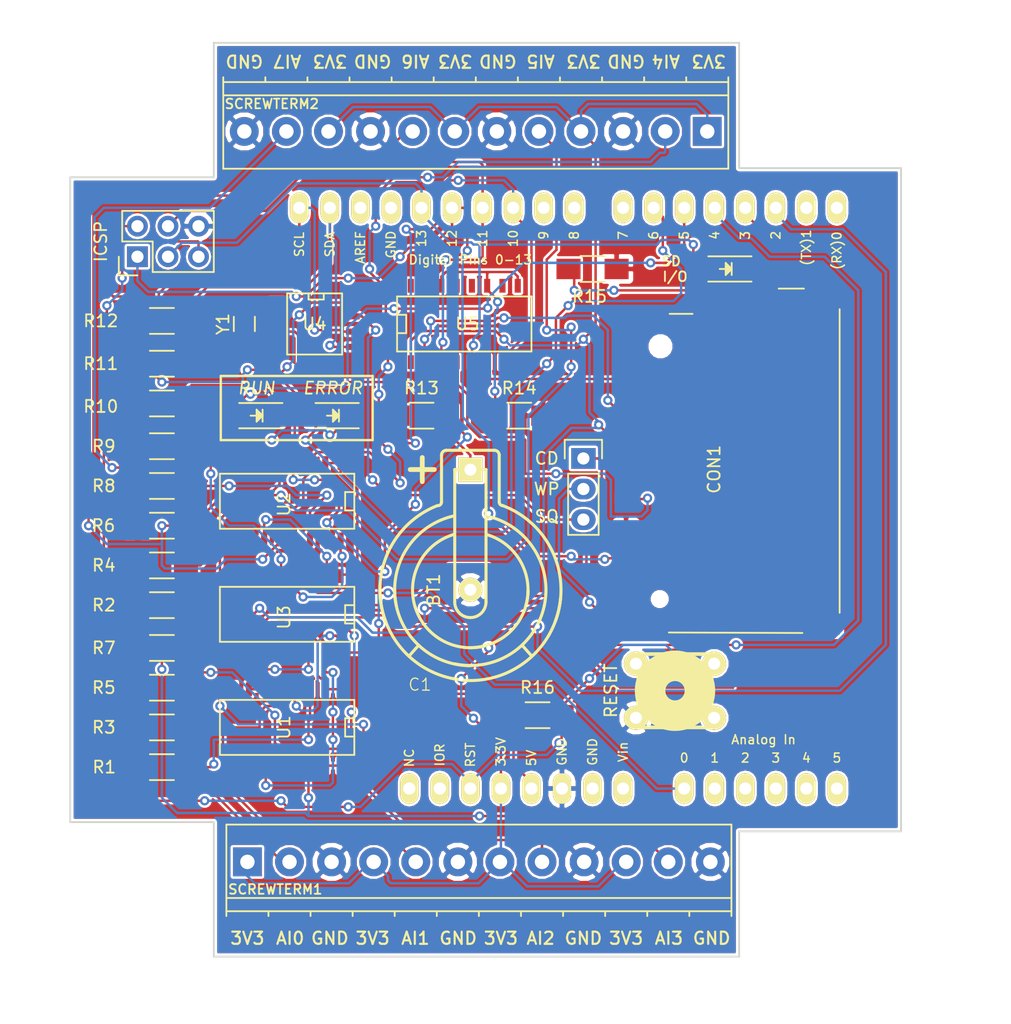
<source format=kicad_pcb>
(kicad_pcb (version 4) (host pcbnew 4.0.4-stable)
  (layers (0 F.Cu signal) (31 B.Cu signal) (34 B.Paste user) (35 F.Paste user) (36 B.SilkS user) (37 F.SilkS user) (38 B.Mask user) (39 F.Mask user) (44 Edge.Cuts user))
  (net 0 "")
  (net 1 VDD)
  (net 2 VSS)
  (net 3 "Net-(D1-Pad1)")
  (net 4 /D6R)
  (net 5 "Net-(D2-Pad1)")
  (net 6 /D5G)
  (net 7 /AIN00)
  (net 8 /AIN04)
  (net 9 /AIN01)
  (net 10 /AIN05)
  (net 11 /AIN02)
  (net 12 /AIN06)
  (net 13 /AIN03)
  (net 14 /AIN07)
  (net 15 /3V3_ARD)
  (net 16 /AD0)
  (net 17 /RESET)
  (net 18 /D2A)
  (net 19 /D3B)
  (net 20 /D4C)
  (net 21 /MOSI)
  (net 22 /MISO)
  (net 23 /SCK)
  (net 24 /AIN03B)
  (net 25 /AIN02B)
  (net 26 /AIN01B)
  (net 27 /AIN00B)
  (net 28 /AIN07B)
  (net 29 /AIN06B)
  (net 30 /AIN05B)
  (net 31 /AIN04B)
  (net 32 "Net-(BT1-Pad1)")
  (net 33 "Net-(U4-Pad2)")
  (net 34 "Net-(U4-Pad1)")
  (net 35 /SCL)
  (net 36 /SDA)
  (net 37 "Net-(D3-Pad1)")
  (net 38 "Net-(R14-Pad2)")
  (net 39 /SQW)
  (net 40 /SD_CSIN)
  (net 41 /SD_SCKIN)
  (net 42 /SD_DATIN)
  (net 43 /CS)
  (net 44 /CD)
  (net 45 /WP)
  (module VAW_FootPrints:ARDUINO_SHIELD_VAW_3 (layer F.Cu) (at 46.736 84.328)
    (fp_text reference SHIELD1 hide)
    (fp_text value ARDUINO_SHIELD_VAW_MOD hide)
    (pad AD5 thru_hole oval (at 63.5 -2.54 90) (size 2.54 1.524) (drill 1.016) (layers *.Cu *.Mask F.SilkS))
    (pad AD4 thru_hole oval (at 60.96 -2.54 90) (size 2.54 1.524) (drill 1.016) (layers *.Cu *.Mask F.SilkS))
    (pad AD3 thru_hole oval (at 58.42 -2.54 90) (size 2.54 1.524) (drill 1.016) (layers *.Cu *.Mask F.SilkS))
    (pad AD0 thru_hole oval (at 50.8 -2.54 90) (size 2.54 1.524) (drill 1.016) (layers *.Cu *.Mask F.SilkS) (net 16 /AD0))
    (pad AD1 thru_hole oval (at 53.34 -2.54 90) (size 2.54 1.524) (drill 1.016) (layers *.Cu *.Mask F.SilkS))
    (pad AD2 thru_hole oval (at 55.88 -2.54 90) (size 2.54 1.524) (drill 1.016) (layers *.Cu *.Mask F.SilkS))
    (pad V_IN thru_hole oval (at 45.72 -2.54 90) (size 2.54 1.524) (drill 1.016) (layers *.Cu *.Mask F.SilkS))
    (pad GND2 thru_hole oval (at 43.18 -2.54 90) (size 2.54 1.524) (drill 1.016) (layers *.Cu *.Mask F.SilkS))
    (pad GND1 thru_hole oval (at 40.64 -2.54 90) (size 2.54 1.524) (drill 1.016) (layers *.Cu *.Mask F.SilkS) (net 2 VSS))
    (pad 3V3 thru_hole oval (at 35.56 -2.54 90) (size 2.54 1.524) (drill 1.016) (layers *.Cu *.Mask F.SilkS) (net 15 /3V3_ARD))
    (pad RST thru_hole oval (at 33.02 -2.54 90) (size 2.54 1.524) (drill 1.016) (layers *.Cu *.Mask F.SilkS) (net 17 /RESET))
    (pad 0 thru_hole oval (at 63.5 -50.8 90) (size 2.54 1.524) (drill 1.016) (layers *.Cu *.Mask F.SilkS))
    (pad 1 thru_hole oval (at 60.96 -50.8 90) (size 2.54 1.524) (drill 1.016) (layers *.Cu *.Mask F.SilkS))
    (pad 2 thru_hole oval (at 58.42 -50.8 90) (size 2.54 1.524) (drill 1.016) (layers *.Cu *.Mask F.SilkS) (net 18 /D2A))
    (pad 3 thru_hole oval (at 55.88 -50.8 90) (size 2.54 1.524) (drill 1.016) (layers *.Cu *.Mask F.SilkS) (net 19 /D3B))
    (pad 4 thru_hole oval (at 53.34 -50.8 90) (size 2.54 1.524) (drill 1.016) (layers *.Cu *.Mask F.SilkS) (net 20 /D4C))
    (pad 5 thru_hole oval (at 50.8 -50.8 90) (size 2.54 1.524) (drill 1.016) (layers *.Cu *.Mask F.SilkS) (net 6 /D5G))
    (pad 6 thru_hole oval (at 48.26 -50.8 90) (size 2.54 1.524) (drill 1.016) (layers *.Cu *.Mask F.SilkS) (net 4 /D6R))
    (pad 7 thru_hole oval (at 45.72 -50.8 90) (size 2.54 1.524) (drill 1.016) (layers *.Cu *.Mask F.SilkS))
    (pad 8 thru_hole oval (at 41.656 -50.8 90) (size 2.54 1.524) (drill 1.016) (layers *.Cu *.Mask F.SilkS))
    (pad 9 thru_hole oval (at 39.116 -50.8 90) (size 2.54 1.524) (drill 1.016) (layers *.Cu *.Mask F.SilkS))
    (pad 10 thru_hole oval (at 36.576 -50.8 90) (size 2.54 1.524) (drill 1.016) (layers *.Cu *.Mask F.SilkS) (net 43 /CS))
    (pad 11 thru_hole oval (at 34.036 -50.8 90) (size 2.54 1.524) (drill 1.016) (layers *.Cu *.Mask F.SilkS) (net 21 /MOSI))
    (pad 12 thru_hole oval (at 31.496 -50.8 90) (size 2.54 1.524) (drill 1.016) (layers *.Cu *.Mask F.SilkS) (net 22 /MISO))
    (pad 13 thru_hole oval (at 28.956 -50.8 90) (size 2.54 1.524) (drill 1.016) (layers *.Cu *.Mask F.SilkS) (net 23 /SCK))
    (pad GND3 thru_hole oval (at 26.416 -50.8 90) (size 2.54 1.524) (drill 1.016) (layers *.Cu *.Mask F.SilkS))
    (pad AREF thru_hole oval (at 23.876 -50.8 90) (size 2.54 1.524) (drill 1.016) (layers *.Cu *.Mask F.SilkS))
    (pad 5V thru_hole oval (at 38.1 -2.54 90) (size 2.54 1.524) (drill 1.016) (layers *.Cu *.Mask F.SilkS) (net 1 VDD))
    (pad SDA thru_hole oval (at 21.336 -50.8 90) (size 2.54 1.524) (drill 1.016) (layers *.Cu *.Mask F.SilkS) (net 36 /SDA))
    (pad SCL thru_hole oval (at 18.796 -50.8 90) (size 2.54 1.524) (drill 1.016) (layers *.Cu *.Mask F.SilkS) (net 35 /SCL))
    (pad IO_R thru_hole oval (at 30.48 -2.54 90) (size 2.54 1.524) (drill 1.016) (layers *.Cu *.Mask F.SilkS))
    (pad NC thru_hole oval (at 27.94 -2.54 90) (size 2.54 1.524) (drill 1.016) (layers *.Cu *.Mask F.SilkS))
  )
  (module SMD_Packages:SO-16-N (layer F.Cu) (at 64.516 76.708 180)
    (fp_text reference U1 (at 0.254 0 270) (layer F.SilkS))
    (fp_text value LTC6082 hide)
    (pad 16 smd rect (at -4.445 -3.175 180) (size 0.508 1.143) (layers F.Cu F.Paste F.Mask) (net 24 /AIN03B))
    (pad 14 smd rect (at -1.905 -3.175 180) (size 0.508 1.143) (layers F.Cu F.Paste F.Mask) (net 13 /AIN03))
    (pad 13 smd rect (at -0.635 -3.175 180) (size 0.508 1.143) (layers F.Cu F.Paste F.Mask) (net 2 VSS))
    (pad 12 smd rect (at 0.635 -3.175 180) (size 0.508 1.143) (layers F.Cu F.Paste F.Mask) (net 11 /AIN02))
    (pad 11 smd rect (at 1.905 -3.175 180) (size 0.508 1.143) (layers F.Cu F.Paste F.Mask) (net 25 /AIN02B))
    (pad 10 smd rect (at 3.175 -3.175 180) (size 0.508 1.143) (layers F.Cu F.Paste F.Mask) (net 25 /AIN02B))
    (pad 9 smd rect (at 4.445 -3.175 180) (size 0.508 1.143) (layers F.Cu F.Paste F.Mask))
    (pad 8 smd rect (at 4.445 3.175 180) (size 0.508 1.143) (layers F.Cu F.Paste F.Mask))
    (pad 7 smd rect (at 3.175 3.175 180) (size 0.508 1.143) (layers F.Cu F.Paste F.Mask) (net 26 /AIN01B))
    (pad 6 smd rect (at 1.905 3.175 180) (size 0.508 1.143) (layers F.Cu F.Paste F.Mask) (net 26 /AIN01B))
    (pad 5 smd rect (at 0.635 3.175 180) (size 0.508 1.143) (layers F.Cu F.Paste F.Mask) (net 9 /AIN01))
    (pad 4 smd rect (at -0.635 3.175 180) (size 0.508 1.143) (layers F.Cu F.Paste F.Mask) (net 1 VDD))
    (pad 3 smd rect (at -1.905 3.175 180) (size 0.508 1.143) (layers F.Cu F.Paste F.Mask) (net 7 /AIN00))
    (pad 2 smd rect (at -3.175 3.175 180) (size 0.508 1.143) (layers F.Cu F.Paste F.Mask) (net 27 /AIN00B))
    (pad 1 smd rect (at -4.445 3.175 180) (size 0.508 1.143) (layers F.Cu F.Paste F.Mask) (net 27 /AIN00B))
    (pad 15 smd rect (at -3.175 -3.175 180) (size 0.508 1.143) (layers F.Cu F.Paste F.Mask) (net 24 /AIN03B))
  )
  (module SMD_Packages:SO-16-N (layer F.Cu) (at 64.516 57.912 180)
    (fp_text reference U2 (at 0.254 -0.254 270) (layer F.SilkS))
    (fp_text value LTC6082 hide)
    (pad 16 smd rect (at -4.445 -3.175 180) (size 0.508 1.143) (layers F.Cu F.Paste F.Mask) (net 28 /AIN07B))
    (pad 14 smd rect (at -1.905 -3.175 180) (size 0.508 1.143) (layers F.Cu F.Paste F.Mask) (net 14 /AIN07))
    (pad 13 smd rect (at -0.635 -3.175 180) (size 0.508 1.143) (layers F.Cu F.Paste F.Mask) (net 2 VSS))
    (pad 12 smd rect (at 0.635 -3.175 180) (size 0.508 1.143) (layers F.Cu F.Paste F.Mask) (net 12 /AIN06))
    (pad 11 smd rect (at 1.905 -3.175 180) (size 0.508 1.143) (layers F.Cu F.Paste F.Mask) (net 29 /AIN06B))
    (pad 10 smd rect (at 3.175 -3.175 180) (size 0.508 1.143) (layers F.Cu F.Paste F.Mask) (net 29 /AIN06B))
    (pad 9 smd rect (at 4.445 -3.175 180) (size 0.508 1.143) (layers F.Cu F.Paste F.Mask))
    (pad 8 smd rect (at 4.445 3.175 180) (size 0.508 1.143) (layers F.Cu F.Paste F.Mask))
    (pad 7 smd rect (at 3.175 3.175 180) (size 0.508 1.143) (layers F.Cu F.Paste F.Mask) (net 30 /AIN05B))
    (pad 6 smd rect (at 1.905 3.175 180) (size 0.508 1.143) (layers F.Cu F.Paste F.Mask) (net 30 /AIN05B))
    (pad 5 smd rect (at 0.635 3.175 180) (size 0.508 1.143) (layers F.Cu F.Paste F.Mask) (net 10 /AIN05))
    (pad 4 smd rect (at -0.635 3.175 180) (size 0.508 1.143) (layers F.Cu F.Paste F.Mask) (net 1 VDD))
    (pad 3 smd rect (at -1.905 3.175 180) (size 0.508 1.143) (layers F.Cu F.Paste F.Mask) (net 8 /AIN04))
    (pad 2 smd rect (at -3.175 3.175 180) (size 0.508 1.143) (layers F.Cu F.Paste F.Mask) (net 31 /AIN04B))
    (pad 1 smd rect (at -4.445 3.175 180) (size 0.508 1.143) (layers F.Cu F.Paste F.Mask) (net 31 /AIN04B))
    (pad 15 smd rect (at -3.175 -3.175 180) (size 0.508 1.143) (layers F.Cu F.Paste F.Mask) (net 28 /AIN07B))
  )
  (module SMD_Packages:SO-16-N (layer F.Cu) (at 64.516 67.31 180)
    (fp_text reference U3 (at 0.254 -0.254 270) (layer F.SilkS))
    (fp_text value 4051 hide)
    (pad 16 smd rect (at -4.445 -3.175 180) (size 0.508 1.143) (layers F.Cu F.Paste F.Mask) (net 1 VDD))
    (pad 14 smd rect (at -1.905 -3.175 180) (size 0.508 1.143) (layers F.Cu F.Paste F.Mask) (net 26 /AIN01B))
    (pad 13 smd rect (at -0.635 -3.175 180) (size 0.508 1.143) (layers F.Cu F.Paste F.Mask) (net 27 /AIN00B))
    (pad 12 smd rect (at 0.635 -3.175 180) (size 0.508 1.143) (layers F.Cu F.Paste F.Mask) (net 24 /AIN03B))
    (pad 11 smd rect (at 1.905 -3.175 180) (size 0.508 1.143) (layers F.Cu F.Paste F.Mask) (net 18 /D2A))
    (pad 10 smd rect (at 3.175 -3.175 180) (size 0.508 1.143) (layers F.Cu F.Paste F.Mask) (net 19 /D3B))
    (pad 9 smd rect (at 4.445 -3.175 180) (size 0.508 1.143) (layers F.Cu F.Paste F.Mask) (net 20 /D4C))
    (pad 8 smd rect (at 4.445 3.175 180) (size 0.508 1.143) (layers F.Cu F.Paste F.Mask) (net 2 VSS))
    (pad 7 smd rect (at 3.175 3.175 180) (size 0.508 1.143) (layers F.Cu F.Paste F.Mask) (net 2 VSS))
    (pad 6 smd rect (at 1.905 3.175 180) (size 0.508 1.143) (layers F.Cu F.Paste F.Mask) (net 2 VSS))
    (pad 5 smd rect (at 0.635 3.175 180) (size 0.508 1.143) (layers F.Cu F.Paste F.Mask) (net 30 /AIN05B))
    (pad 4 smd rect (at -0.635 3.175 180) (size 0.508 1.143) (layers F.Cu F.Paste F.Mask) (net 28 /AIN07B))
    (pad 3 smd rect (at -1.905 3.175 180) (size 0.508 1.143) (layers F.Cu F.Paste F.Mask) (net 16 /AD0))
    (pad 2 smd rect (at -3.175 3.175 180) (size 0.508 1.143) (layers F.Cu F.Paste F.Mask) (net 29 /AIN06B))
    (pad 1 smd rect (at -4.445 3.175 180) (size 0.508 1.143) (layers F.Cu F.Paste F.Mask) (net 31 /AIN04B))
    (pad 15 smd rect (at -3.175 -3.175 180) (size 0.508 1.143) (layers F.Cu F.Paste F.Mask) (net 25 /AIN02B))
  )
  (module Resistors_SMD:R_1206_HandSoldering (layer F.Cu) (at 54.102 80.01 180)
    (fp_text reference R1 (at 4.794 0 180) (layer F.SilkS))
    (fp_text value 10M hide)
    (pad 1 smd rect (at -2 0 180) (size 2 1.7) (layers F.Cu F.Paste F.Mask) (net 7 /AIN00))
    (pad 2 smd rect (at 2 0 180) (size 2 1.7) (layers F.Cu F.Paste F.Mask) (net 2 VSS))
  )
  (module Resistors_SMD:R_1206_HandSoldering (layer F.Cu) (at 54.102 66.548 180)
    (fp_text reference R2 (at 4.826 0 180) (layer F.SilkS))
    (fp_text value 10M hide)
    (pad 1 smd rect (at -2 0 180) (size 2 1.7) (layers F.Cu F.Paste F.Mask) (net 8 /AIN04))
    (pad 2 smd rect (at 2 0 180) (size 2 1.7) (layers F.Cu F.Paste F.Mask) (net 2 VSS))
  )
  (module Resistors_SMD:R_1206_HandSoldering (layer F.Cu) (at 54.102 76.708 180)
    (fp_text reference R3 (at 4.826 0 180) (layer F.SilkS))
    (fp_text value 10M hide)
    (pad 1 smd rect (at -2 0 180) (size 2 1.7) (layers F.Cu F.Paste F.Mask) (net 9 /AIN01))
    (pad 2 smd rect (at 2 0 180) (size 2 1.7) (layers F.Cu F.Paste F.Mask) (net 2 VSS))
  )
  (module Resistors_SMD:R_1206_HandSoldering (layer F.Cu) (at 54.102 63.246 180)
    (fp_text reference R4 (at 4.826 0 180) (layer F.SilkS))
    (fp_text value 10M hide)
    (pad 1 smd rect (at -2 0 180) (size 2 1.7) (layers F.Cu F.Paste F.Mask) (net 10 /AIN05))
    (pad 2 smd rect (at 2 0 180) (size 2 1.7) (layers F.Cu F.Paste F.Mask) (net 2 VSS))
  )
  (module Resistors_SMD:R_1206_HandSoldering (layer F.Cu) (at 54.102 73.406 180)
    (fp_text reference R5 (at 4.826 0 180) (layer F.SilkS))
    (fp_text value 10M hide)
    (pad 1 smd rect (at -2 0 180) (size 2 1.7) (layers F.Cu F.Paste F.Mask) (net 11 /AIN02))
    (pad 2 smd rect (at 2 0 180) (size 2 1.7) (layers F.Cu F.Paste F.Mask) (net 2 VSS))
  )
  (module Resistors_SMD:R_1206_HandSoldering (layer F.Cu) (at 54.102 59.944 180)
    (fp_text reference R6 (at 4.858 0 180) (layer F.SilkS))
    (fp_text value 10M hide)
    (pad 1 smd rect (at -2 0 180) (size 2 1.7) (layers F.Cu F.Paste F.Mask) (net 12 /AIN06))
    (pad 2 smd rect (at 2 0 180) (size 2 1.7) (layers F.Cu F.Paste F.Mask) (net 2 VSS))
  )
  (module Resistors_SMD:R_1206_HandSoldering (layer F.Cu) (at 54.102 70.104 180)
    (fp_text reference R7 (at 4.826 0 180) (layer F.SilkS))
    (fp_text value 10M hide)
    (pad 1 smd rect (at -2 0 180) (size 2 1.7) (layers F.Cu F.Paste F.Mask) (net 13 /AIN03))
    (pad 2 smd rect (at 2 0 180) (size 2 1.7) (layers F.Cu F.Paste F.Mask) (net 2 VSS))
  )
  (module Resistors_SMD:R_1206_HandSoldering (layer F.Cu) (at 54.102 56.642 180)
    (fp_text reference R8 (at 4.826 0 180) (layer F.SilkS))
    (fp_text value 10M hide)
    (pad 1 smd rect (at -2 0 180) (size 2 1.7) (layers F.Cu F.Paste F.Mask) (net 14 /AIN07))
    (pad 2 smd rect (at 2 0 180) (size 2 1.7) (layers F.Cu F.Paste F.Mask) (net 2 VSS))
  )
  (module Resistors_SMD:R_1206_HandSoldering (layer F.Cu) (at 54.102 53.34 180)
    (fp_text reference R9 (at 4.826 0 180) (layer F.SilkS))
    (fp_text value 4.7K hide)
    (pad 1 smd rect (at -2 0 180) (size 2 1.7) (layers F.Cu F.Paste F.Mask) (net 3 "Net-(D1-Pad1)"))
    (pad 2 smd rect (at 2 0 180) (size 2 1.7) (layers F.Cu F.Paste F.Mask) (net 2 VSS))
  )
  (module Resistors_SMD:R_1206_HandSoldering (layer F.Cu) (at 54.102 49.784 180)
    (fp_text reference R10 (at 5.08 -0.254 180) (layer F.SilkS))
    (fp_text value 4.7K hide)
    (pad 1 smd rect (at -2 0 180) (size 2 1.7) (layers F.Cu F.Paste F.Mask) (net 5 "Net-(D2-Pad1)"))
    (pad 2 smd rect (at 2 0 180) (size 2 1.7) (layers F.Cu F.Paste F.Mask) (net 2 VSS))
  )
  (module freetronics_footprints:CAP_TANT_3216 (layer F.Cu) (at 75.692 75.692)
    (fp_text reference C1 (at -0.12954 -2.54) (layer F.SilkS) (effects (font (thickness 0.1))))
    (fp_text value 1µF hide)
    (pad 1 smd rect (at -1.39954 0) (size 1.99898 1.19888) (layers F.Cu F.Paste F.Mask) (net 1 VDD))
    (pad 2 smd rect (at 1.39954 0) (size 1.99898 1.19888) (layers F.Cu F.Paste F.Mask) (net 2 VSS))
  )
  (module LEDs:LED_1206 (layer F.Cu) (at 68.326 50.8 180)
    (fp_text reference D1 hide)
    (fp_text value RED hide)
    (pad 2 smd rect (at 1.41986 0) (size 1.59766 1.80086) (layers F.Cu F.Paste F.Mask) (net 4 /D6R))
    (pad 1 smd rect (at -1.41986 0) (size 1.59766 1.80086) (layers F.Cu F.Paste F.Mask) (net 3 "Net-(D1-Pad1)"))
  )
  (module LEDs:LED_1206 (layer F.Cu) (at 61.976 50.8 180)
    (fp_text reference D2 hide)
    (fp_text value GREEN hide)
    (pad 2 smd rect (at 1.41986 0) (size 1.59766 1.80086) (layers F.Cu F.Paste F.Mask) (net 6 /D5G))
    (pad 1 smd rect (at -1.41986 0) (size 1.59766 1.80086) (layers F.Cu F.Paste F.Mask) (net 5 "Net-(D2-Pad1)"))
  )
  (module Terminal_Blocks:TerminalBlock_Pheonix_PT-3.5mm_12pol (layer F.Cu) (at 61.214 87.884)
    (fp_text reference SCREWTERM1 (at 2.316 2.286) (layer F.SilkS) (effects (font (size 0.8 0.8))))
    (fp_text value TEC1776275 hide)
    (pad 3 thru_hole circle (at 7 0 180) (size 2.4 2.4) (drill 1.2) (layers *.Cu *.Mask) (net 2 VSS))
    (pad 2 thru_hole circle (at 3.5 0 180) (size 2.4 2.4) (drill 1.2) (layers *.Cu *.Mask) (net 7 /AIN00))
    (pad 4 thru_hole circle (at 10.5 0 180) (size 2.4 2.4) (drill 1.2) (layers *.Cu *.Mask) (net 15 /3V3_ARD))
    (pad 5 thru_hole circle (at 14 0 180) (size 2.4 2.4) (drill 1.2) (layers *.Cu *.Mask) (net 9 /AIN01))
    (pad 6 thru_hole circle (at 17.5 0 180) (size 2.4 2.4) (drill 1.2) (layers *.Cu *.Mask) (net 2 VSS))
    (pad 7 thru_hole circle (at 21 0 180) (size 2.4 2.4) (drill 1.2) (layers *.Cu *.Mask) (net 15 /3V3_ARD))
    (pad 1 thru_hole rect (at 0 0 180) (size 2.4 2.4) (drill 1.2) (layers *.Cu *.Mask) (net 15 /3V3_ARD))
    (pad 8 thru_hole circle (at 24.5 0 180) (size 2.4 2.4) (drill 1.2) (layers *.Cu *.Mask) (net 11 /AIN02))
    (pad 9 thru_hole circle (at 28 0 180) (size 2.4 2.4) (drill 1.2) (layers *.Cu *.Mask) (net 2 VSS))
    (pad 10 thru_hole circle (at 31.5 0 180) (size 2.4 2.4) (drill 1.2) (layers *.Cu *.Mask) (net 15 /3V3_ARD))
    (pad 11 thru_hole circle (at 35 0 180) (size 2.4 2.4) (drill 1.2) (layers *.Cu *.Mask) (net 13 /AIN03))
    (pad 12 thru_hole circle (at 38.5 0 180) (size 2.4 2.4) (drill 1.2) (layers *.Cu *.Mask) (net 2 VSS))
  )
  (module Terminal_Blocks:TerminalBlock_Pheonix_PT-3.5mm_12pol (layer F.Cu) (at 99.456 27.178 180)
    (fp_text reference SCREWTERM2 (at 36.21 2.286 180) (layer F.SilkS) (effects (font (size 0.8 0.8))))
    (fp_text value TEC1776275 hide)
    (pad 3 thru_hole circle (at 7 0) (size 2.4 2.4) (drill 1.2) (layers *.Cu *.Mask) (net 2 VSS))
    (pad 2 thru_hole circle (at 3.5 0) (size 2.4 2.4) (drill 1.2) (layers *.Cu *.Mask) (net 8 /AIN04))
    (pad 4 thru_hole circle (at 10.5 0) (size 2.4 2.4) (drill 1.2) (layers *.Cu *.Mask) (net 15 /3V3_ARD))
    (pad 5 thru_hole circle (at 14 0) (size 2.4 2.4) (drill 1.2) (layers *.Cu *.Mask) (net 10 /AIN05))
    (pad 6 thru_hole circle (at 17.5 0) (size 2.4 2.4) (drill 1.2) (layers *.Cu *.Mask) (net 2 VSS))
    (pad 7 thru_hole circle (at 21 0) (size 2.4 2.4) (drill 1.2) (layers *.Cu *.Mask) (net 15 /3V3_ARD))
    (pad 1 thru_hole rect (at 0 0) (size 2.4 2.4) (drill 1.2) (layers *.Cu *.Mask) (net 15 /3V3_ARD))
    (pad 8 thru_hole circle (at 24.5 0) (size 2.4 2.4) (drill 1.2) (layers *.Cu *.Mask) (net 12 /AIN06))
    (pad 9 thru_hole circle (at 28 0) (size 2.4 2.4) (drill 1.2) (layers *.Cu *.Mask) (net 2 VSS))
    (pad 10 thru_hole circle (at 31.5 0) (size 2.4 2.4) (drill 1.2) (layers *.Cu *.Mask) (net 15 /3V3_ARD))
    (pad 11 thru_hole circle (at 35 0) (size 2.4 2.4) (drill 1.2) (layers *.Cu *.Mask) (net 14 /AIN07))
    (pad 12 thru_hole circle (at 38.5 0) (size 2.4 2.4) (drill 1.2) (layers *.Cu *.Mask) (net 2 VSS))
  )
  (module w_battery_holders:keystone_500 (layer F.Cu) (at 79.756 65.278 90)
    (fp_text reference BT1 (at 0 -3.048 90) (layer F.SilkS))
    (fp_text value CR1220 hide)
    (pad 2 thru_hole circle (at 0.01016 0 90) (size 1.99898 1.99898) (drill 0.99568) (layers *.Cu *.Mask F.SilkS) (net 2 VSS))
    (pad 1 thru_hole rect (at 9.98728 0 90) (size 1.99898 1.99898) (drill 0.99568) (layers *.Cu *.Mask F.SilkS) (net 32 "Net-(BT1-Pad1)"))
  )
  (module SMD_Packages:SOIC-8-N (layer F.Cu) (at 66.802 43.18 270)
    (fp_text reference U4 (at 0 0 360) (layer F.SilkS))
    (fp_text value PCF8523 hide)
    (pad 8 smd rect (at -1.905 -3.175 270) (size 0.508 1.143) (layers F.Cu F.Paste F.Mask) (net 1 VDD))
    (pad 7 smd rect (at -0.635 -3.175 270) (size 0.508 1.143) (layers F.Cu F.Paste F.Mask) (net 39 /SQW))
    (pad 6 smd rect (at 0.635 -3.175 270) (size 0.508 1.143) (layers F.Cu F.Paste F.Mask) (net 35 /SCL))
    (pad 5 smd rect (at 1.905 -3.175 270) (size 0.508 1.143) (layers F.Cu F.Paste F.Mask) (net 36 /SDA))
    (pad 4 smd rect (at 1.905 3.175 270) (size 0.508 1.143) (layers F.Cu F.Paste F.Mask) (net 2 VSS))
    (pad 3 smd rect (at 0.635 3.175 270) (size 0.508 1.143) (layers F.Cu F.Paste F.Mask) (net 32 "Net-(BT1-Pad1)"))
    (pad 2 smd rect (at -0.635 3.175 270) (size 0.508 1.143) (layers F.Cu F.Paste F.Mask) (net 33 "Net-(U4-Pad2)"))
    (pad 1 smd rect (at -1.905 3.175 270) (size 0.508 1.143) (layers F.Cu F.Paste F.Mask) (net 34 "Net-(U4-Pad1)"))
  )
  (module Resistors_SMD:R_1206_HandSoldering (layer F.Cu) (at 54.102 46.482)
    (fp_text reference R11 (at -5.08 0) (layer F.SilkS))
    (fp_text value 2.2K hide)
    (pad 1 smd rect (at -2 0) (size 2 1.7) (layers F.Cu F.Paste F.Mask) (net 1 VDD))
    (pad 2 smd rect (at 2 0) (size 2 1.7) (layers F.Cu F.Paste F.Mask) (net 35 /SCL))
  )
  (module Resistors_SMD:R_1206_HandSoldering (layer F.Cu) (at 54.102 42.926)
    (fp_text reference R12 (at -5.08 0) (layer F.SilkS))
    (fp_text value 2.2K hide)
    (pad 1 smd rect (at -2 0) (size 2 1.7) (layers F.Cu F.Paste F.Mask) (net 1 VDD))
    (pad 2 smd rect (at 2 0) (size 2 1.7) (layers F.Cu F.Paste F.Mask) (net 36 /SDA))
  )
  (module Resistors_SMD:R_0805_HandSoldering (layer F.Cu) (at 60.96 43.18 270)
    (fp_text reference Y1 (at 0 1.778 270) (layer F.SilkS))
    (fp_text value 32.768kHZ hide)
    (pad 1 smd rect (at -1.35 0 270) (size 1.5 1.3) (layers F.Cu F.Paste F.Mask) (net 34 "Net-(U4-Pad1)"))
    (pad 2 smd rect (at 1.35 0 270) (size 1.5 1.3) (layers F.Cu F.Paste F.Mask) (net 33 "Net-(U4-Pad2)"))
  )
  (module SMD_Packages:SO-16-N (layer F.Cu) (at 79.248 43.18)
    (fp_text reference U5 (at 0.254 0) (layer F.SilkS))
    (fp_text value CD74HC4050 hide)
    (pad 16 smd rect (at -4.445 -3.175) (size 0.508 1.143) (layers F.Cu F.Paste F.Mask))
    (pad 14 smd rect (at -1.905 -3.175) (size 0.508 1.143) (layers F.Cu F.Paste F.Mask) (net 38 "Net-(R14-Pad2)"))
    (pad 13 smd rect (at -0.635 -3.175) (size 0.508 1.143) (layers F.Cu F.Paste F.Mask))
    (pad 12 smd rect (at 0.635 -3.175) (size 0.508 1.143) (layers F.Cu F.Paste F.Mask))
    (pad 11 smd rect (at 1.905 -3.175) (size 0.508 1.143) (layers F.Cu F.Paste F.Mask) (net 38 "Net-(R14-Pad2)"))
    (pad 10 smd rect (at 3.175 -3.175) (size 0.508 1.143) (layers F.Cu F.Paste F.Mask))
    (pad 9 smd rect (at 4.445 -3.175) (size 0.508 1.143) (layers F.Cu F.Paste F.Mask) (net 38 "Net-(R14-Pad2)"))
    (pad 8 smd rect (at 4.445 3.175) (size 0.508 1.143) (layers F.Cu F.Paste F.Mask) (net 2 VSS))
    (pad 7 smd rect (at 3.175 3.175) (size 0.508 1.143) (layers F.Cu F.Paste F.Mask) (net 43 /CS))
    (pad 6 smd rect (at 1.905 3.175) (size 0.508 1.143) (layers F.Cu F.Paste F.Mask) (net 40 /SD_CSIN))
    (pad 5 smd rect (at 0.635 3.175) (size 0.508 1.143) (layers F.Cu F.Paste F.Mask) (net 23 /SCK))
    (pad 4 smd rect (at -0.635 3.175) (size 0.508 1.143) (layers F.Cu F.Paste F.Mask) (net 41 /SD_SCKIN))
    (pad 3 smd rect (at -1.905 3.175) (size 0.508 1.143) (layers F.Cu F.Paste F.Mask) (net 21 /MOSI))
    (pad 2 smd rect (at -3.175 3.175) (size 0.508 1.143) (layers F.Cu F.Paste F.Mask) (net 42 /SD_DATIN))
    (pad 1 smd rect (at -4.445 3.175) (size 0.508 1.143) (layers F.Cu F.Paste F.Mask) (net 15 /3V3_ARD))
    (pad 15 smd rect (at -3.175 -3.175) (size 0.508 1.143) (layers F.Cu F.Paste F.Mask))
  )
  (module Resistors_SMD:R_1206_HandSoldering (layer F.Cu) (at 75.692 50.8 180)
    (fp_text reference R13 (at 0 2.286 180) (layer F.SilkS))
    (fp_text value 10K hide)
    (pad 1 smd rect (at -2 0 180) (size 2 1.7) (layers F.Cu F.Paste F.Mask) (net 1 VDD))
    (pad 2 smd rect (at 2 0 180) (size 2 1.7) (layers F.Cu F.Paste F.Mask) (net 43 /CS))
  )
  (module Resistors_SMD:R_1206_HandSoldering (layer F.Cu) (at 83.82 50.8 180)
    (fp_text reference R14 (at 0 2.286 180) (layer F.SilkS))
    (fp_text value 2.2K hide)
    (pad 1 smd rect (at -2 0 180) (size 2 1.7) (layers F.Cu F.Paste F.Mask) (net 2 VSS))
    (pad 2 smd rect (at 2 0 180) (size 2 1.7) (layers F.Cu F.Paste F.Mask) (net 38 "Net-(R14-Pad2)"))
  )
  (module Pin_Headers:Pin_Header_Straight_2x03 (layer F.Cu) (at 52.07 37.592 90)
    (fp_text reference P1 hide)
    (fp_text value CONN_02X03 hide)
    (pad 1 thru_hole rect (at 0 0 90) (size 1.7272 1.7272) (drill 1.016) (layers *.Cu *.Mask) (net 22 /MISO))
    (pad 2 thru_hole oval (at 2.54 0 90) (size 1.7272 1.7272) (drill 1.016) (layers *.Cu *.Mask) (net 1 VDD))
    (pad 3 thru_hole oval (at 0 2.54 90) (size 1.7272 1.7272) (drill 1.016) (layers *.Cu *.Mask) (net 23 /SCK))
    (pad 4 thru_hole oval (at 2.54 2.54 90) (size 1.7272 1.7272) (drill 1.016) (layers *.Cu *.Mask) (net 21 /MOSI))
    (pad 5 thru_hole oval (at 0 5.08 90) (size 1.7272 1.7272) (drill 1.016) (layers *.Cu *.Mask) (net 17 /RESET))
    (pad 6 thru_hole oval (at 2.54 5.08 90) (size 1.7272 1.7272) (drill 1.016) (layers *.Cu *.Mask) (net 2 VSS))
  )
  (module Pin_Headers:Pin_Header_Straight_1x03 (layer F.Cu) (at 89.154 54.356)
    (fp_text reference P2 hide)
    (fp_text value CONN_01X03 hide)
    (pad 1 thru_hole rect (at 0 0) (size 2.032 1.7272) (drill 1.016) (layers *.Cu *.Mask) (net 44 /CD))
    (pad 2 thru_hole oval (at 0 2.54) (size 2.032 1.7272) (drill 1.016) (layers *.Cu *.Mask) (net 45 /WP))
    (pad 3 thru_hole oval (at 0 5.08) (size 2.032 1.7272) (drill 1.016) (layers *.Cu *.Mask) (net 39 /SQW))
  )
  (module LEDs:LED_1206 (layer F.Cu) (at 100.98786 38.608 180)
    (fp_text reference D3 hide)
    (fp_text value AMBER hide)
    (pad 2 smd rect (at 1.41986 0) (size 1.59766 1.80086) (layers F.Cu F.Paste F.Mask) (net 23 /SCK))
    (pad 1 smd rect (at -1.41986 0) (size 1.59766 1.80086) (layers F.Cu F.Paste F.Mask) (net 37 "Net-(D3-Pad1)"))
  )
  (module Resistors_SMD:R_1206_HandSoldering (layer F.Cu) (at 89.916 38.608)
    (fp_text reference R15 (at -0.254 2.286) (layer F.SilkS))
    (fp_text value 4.7K hide)
    (pad 1 smd rect (at -2 0) (size 2 1.7) (layers F.Cu F.Paste F.Mask) (net 37 "Net-(D3-Pad1)"))
    (pad 2 smd rect (at 2 0) (size 2 1.7) (layers F.Cu F.Paste F.Mask) (net 2 VSS))
  )
  (module Resistors_SMD:R_1206_HandSoldering (layer F.Cu) (at 85.344 75.692)
    (fp_text reference R16 (at 0 -2.3) (layer F.SilkS))
    (fp_text value 10K hide)
    (pad 1 smd rect (at -2 0) (size 2 1.7) (layers F.Cu F.Paste F.Mask) (net 1 VDD))
    (pad 2 smd rect (at 2 0) (size 2 1.7) (layers F.Cu F.Paste F.Mask) (net 17 /RESET))
  )
  (module w_switch:PCB_PUSH (layer F.Cu) (at 96.774 73.66 90)
    (fp_text reference SW1 hide)
    (fp_text value RESET (at 0 -5.334 90) (layer F.SilkS))
    (pad 1 thru_hole circle (at -2.25044 -3.2512 90) (size 1.99898 1.99898) (drill 1.00076) (layers *.Cu *.Mask F.SilkS) (net 2 VSS))
    (pad 2 thru_hole circle (at 2.25044 3.2512 90) (size 1.99898 1.99898) (drill 1.00076) (layers *.Cu *.Mask F.SilkS) (net 17 /RESET))
    (pad 4 thru_hole circle (at 2.25044 -3.2512 90) (size 1.99898 1.99898) (drill 1.00076) (layers *.Cu *.Mask F.SilkS))
    (pad 3 thru_hole circle (at -2.25044 3.2512 90) (size 1.99898 1.99898) (drill 1.00076) (layers *.Cu *.Mask F.SilkS))
  )
  (module VAW_FootPrints:SD_101-00708-64 (layer F.Cu) (at 93.164 54.54 90)
    (fp_text reference CON1 (at -0.72 6.86 90) (layer F.SilkS))
    (fp_text value SD_Card_VAW)
    (pad 6 smd rect (at -5.62 -0.46 90) (size 1 1.5) (layers F.Cu F.Paste F.Mask) (net 2 VSS))
    (pad 5 smd rect (at -3.12 -0.46 90) (size 1 1.5) (layers F.Cu F.Paste F.Mask) (net 41 /SD_SCKIN))
    (pad 4 smd rect (at -0.62 -0.46 90) (size 1 1.5) (layers F.Cu F.Paste F.Mask) (net 15 /3V3_ARD))
    (pad 3 smd rect (at 1.88 -0.46 90) (size 1 1.5) (layers F.Cu F.Paste F.Mask) (net 2 VSS))
    (pad 2 smd rect (at 4.38 -0.46 90) (size 1 1.5) (layers F.Cu F.Paste F.Mask) (net 42 /SD_DATIN))
    (pad 1 smd rect (at 6.89 -0.46 90) (size 1 1.5) (layers F.Cu F.Paste F.Mask) (net 40 /SD_CSIN))
    (pad 9 smd rect (at 9.38 -0.46 90) (size 1 1.5) (layers F.Cu F.Paste F.Mask))
    (pad 7 smd rect (at -8.04 -0.46 90) (size 1 1.5) (layers F.Cu F.Paste F.Mask) (net 22 /MISO))
    (pad 8 smd rect (at -9.74 -0.46 90) (size 1 1.5) (layers F.Cu F.Paste F.Mask))
    (pad 10 smd rect (at -11.08 -0.46 90) (size 0.7 1.5) (layers F.Cu F.Paste F.Mask) (net 44 /CD))
    (pad 11 smd rect (at -12.28 -0.46 90) (size 0.7 1.5) (layers F.Cu F.Paste F.Mask) (net 45 /WP))
    (pad 12 smd rect (at -13.7 1.4 90) (size 1.5 2.8) (layers F.Cu F.Paste F.Mask) (net 2 VSS))
    (pad 13 smd rect (at 11.45 1.4 90) (size 1.5 2.8) (layers F.Cu F.Paste F.Mask) (net 2 VSS))
    (pad 14 smd rect (at -13.7 15.9 90) (size 1.5 2.8) (layers F.Cu F.Paste F.Mask) (net 2 VSS))
    (pad 15 smd rect (at 13.65 15.9 90) (size 1.5 2.8) (layers F.Cu F.Paste F.Mask) (net 2 VSS))
    (pad "" np_thru_hole circle (at -11.5 2.34 90) (size 1.1 1.1) (drill 1.1) (layers *.Cu *.Mask))
    (pad "" np_thru_hole circle (at 9.5 2.4 90) (size 1.6 1.6) (drill 1.6) (layers *.Cu *.Mask))
  )
  (gr_text "Digital Pins 0-13" (at 79.756 37.846) (layer F.SilkS) (effects (font (size 0.75 0.75) (thickness 0.125))))
  (gr_text "SD \nI/O" (at 96.774 38.608) (layer F.SilkS) (effects (font (size 0.8 0.8))))
  (gr_text 10 (at 83.312 36.068 90) (layer F.SilkS) (effects (font (size 0.75 0.75) (thickness 0.125))))
  (gr_text 9 (at 85.852 35.814 90) (layer F.SilkS) (effects (font (size 0.75 0.75) (thickness 0.125))))
  (gr_text 8 (at 88.392 35.814 90) (layer F.SilkS) (effects (font (size 0.75 0.75) (thickness 0.125))))
  (gr_text 7 (at 92.456 35.814 90) (layer F.SilkS) (effects (font (size 0.75 0.75) (thickness 0.125))))
  (gr_text 6 (at 94.996 35.814 90) (layer F.SilkS) (effects (font (size 0.75 0.75) (thickness 0.125))))
  (gr_text 5 (at 97.536 35.814 90) (layer F.SilkS) (effects (font (size 0.75 0.75) (thickness 0.125))))
  (gr_text 4 (at 100.076 35.814 90) (layer F.SilkS) (effects (font (size 0.75 0.75) (thickness 0.125))))
  (gr_text 3 (at 102.616 35.814 90) (layer F.SilkS) (effects (font (size 0.75 0.75) (thickness 0.125))))
  (gr_text 2 (at 105.156 35.814 90) (layer F.SilkS) (effects (font (size 0.75 0.75) (thickness 0.125))))
  (gr_text "(TX)1" (at 107.696 36.83 90) (layer F.SilkS) (effects (font (size 0.75 0.75) (thickness 0.125))))
  (gr_text "(RX)0" (at 110.236 37.084 90) (layer F.SilkS) (effects (font (size 0.75 0.75) (thickness 0.125))))
  (gr_text SQ (at 86.106 59.182) (layer F.SilkS) (effects (font (size 1 1))))
  (gr_text WP (at 86.106 56.896) (layer F.SilkS) (effects (font (size 1 1))))
  (gr_text CD (at 86.106 54.356) (layer F.SilkS) (effects (font (size 1 1))))
  (gr_text ICSP (at 49.022 36.322 90) (layer F.SilkS) (effects (font (size 1 1))))
  (gr_line (start 71.628 47.5) (end 59 47.5) (layer F.SilkS) (width 0.2))
  (gr_line (start 71.628 52.832) (end 71.628 47.5) (layer F.SilkS) (width 0.2))
  (gr_line (start 59 52.832) (end 71.628 52.832) (layer F.SilkS) (width 0.2))
  (gr_line (start 59 47.5) (end 59 52.832) (layer F.SilkS) (width 0.2))
  (gr_text ERROR (at 68.326 48.514) (layer F.SilkS) (effects (font (size 1 1) (thickness 0.15) italic)))
  (gr_text RUN (at 61.976 48.514) (layer F.SilkS) (effects (font (size 1 1) (thickness 0.15) italic)))
  (gr_text 11 (at 80.772 36.068 90) (layer F.SilkS) (effects (font (size 0.75 0.75) (thickness 0.125))))
  (gr_text 12 (at 78.232 36.068 90) (layer F.SilkS) (effects (font (size 0.75 0.75) (thickness 0.125))))
  (gr_text 13 (at 75.692 36.068 90) (layer F.SilkS) (effects (font (size 0.75 0.75) (thickness 0.125))))
  (gr_text GND (at 73.152 36.576 90) (layer F.SilkS) (effects (font (size 0.75 0.75) (thickness 0.125))))
  (gr_text AREF (at 70.612 36.83 90) (layer F.SilkS) (effects (font (size 0.75 0.75) (thickness 0.125))))
  (gr_text SDA (at 68.072 36.576 90) (layer F.SilkS) (effects (font (size 0.75 0.75) (thickness 0.125))))
  (gr_text SCL (at 65.532 36.576 90) (layer F.SilkS) (effects (font (size 0.75 0.75) (thickness 0.125))))
  (gr_text 5 (at 110.236 79.248) (layer F.SilkS) (effects (font (size 0.75 0.75) (thickness 0.125))))
  (gr_text 4 (at 107.696 79.248) (layer F.SilkS) (effects (font (size 0.75 0.75) (thickness 0.125))))
  (gr_text 3 (at 105.156 79.248) (layer F.SilkS) (effects (font (size 0.75 0.75) (thickness 0.125))))
  (gr_text 2 (at 102.616 79.248) (layer F.SilkS) (effects (font (size 0.75 0.75) (thickness 0.125))))
  (gr_text 1 (at 100.076 79.248) (layer F.SilkS) (effects (font (size 0.75 0.75) (thickness 0.125))))
  (gr_text 0 (at 97.536 79.248) (layer F.SilkS) (effects (font (size 0.75 0.75) (thickness 0.125))))
  (gr_text "Analog In" (at 104.14 77.724) (layer F.SilkS) (effects (font (size 0.75 0.75) (thickness 0.125))))
  (gr_text NC (at 74.676 79.248 90) (layer F.SilkS) (effects (font (size 0.75 0.75) (thickness 0.125))))
  (gr_text IOR (at 77.216 78.994 90) (layer F.SilkS) (effects (font (size 0.75 0.75) (thickness 0.125))))
  (gr_text RST (at 79.756 78.994 90) (layer F.SilkS) (effects (font (size 0.75 0.75) (thickness 0.125))))
  (gr_text 3.3V (at 82.296 78.74 90) (layer F.SilkS) (effects (font (size 0.75 0.75) (thickness 0.125))))
  (gr_text GND (at 87.376 78.74 90) (layer F.SilkS) (effects (font (size 0.75 0.75) (thickness 0.125))))
  (gr_text 5V (at 84.836 79.248 90) (layer F.SilkS) (effects (font (size 0.75 0.75) (thickness 0.125))))
  (gr_text GND (at 89.916 78.74 90) (layer F.SilkS) (effects (font (size 0.75 0.75) (thickness 0.125))))
  (gr_text Vin (at 92.456 78.74 90) (layer F.SilkS) (effects (font (size 0.75 0.75) (thickness 0.125))))
  (gr_text AI7 (at 64.516 21.336 180) (layer F.SilkS) (effects (font (size 1.016 1.016) (thickness 0.1778))))
  (gr_text AI6 (at 75.184 21.336 180) (layer F.SilkS) (effects (font (size 1.016 1.016) (thickness 0.1778))))
  (gr_text AI5 (at 85.598 21.336 180) (layer F.SilkS) (effects (font (size 1.016 1.016) (thickness 0.1778))))
  (gr_text AI4 (at 96.012 21.336 180) (layer F.SilkS) (effects (font (size 1.016 1.016) (thickness 0.1778))))
  (gr_text GND (at 92.71 21.336 180) (layer F.SilkS) (effects (font (size 1.016 1.016) (thickness 0.1778))))
  (gr_text GND (at 82.042 21.336 180) (layer F.SilkS) (effects (font (size 1.016 1.016) (thickness 0.1778))))
  (gr_text GND (at 71.628 21.336 180) (layer F.SilkS) (effects (font (size 1.016 1.016) (thickness 0.1778))))
  (gr_text GND (at 60.96 21.336 180) (layer F.SilkS) (effects (font (size 1.016 1.016) (thickness 0.1778))))
  (gr_text 3V3 (at 68.072 21.336 180) (layer F.SilkS) (effects (font (size 1.016 1.016) (thickness 0.1778))))
  (gr_text 3V3 (at 78.486 21.336 180) (layer F.SilkS) (effects (font (size 1.016 1.016) (thickness 0.1778))))
  (gr_text 3V3 (at 89.154 21.336 180) (layer F.SilkS) (effects (font (size 1.016 1.016) (thickness 0.1778))))
  (gr_text 3V3 (at 99.568 21.336 180) (layer F.SilkS) (effects (font (size 1.016 1.016) (thickness 0.1778))))
  (gr_text AI3 (at 96.266 94.234) (layer F.SilkS) (effects (font (size 1.016 1.016) (thickness 0.1778))))
  (gr_text AI2 (at 85.598 94.234) (layer F.SilkS) (effects (font (size 1.016 1.016) (thickness 0.1778))))
  (gr_text AI1 (at 75.184 94.234) (layer F.SilkS) (effects (font (size 1.016 1.016) (thickness 0.1778))))
  (gr_text AI0 (at 64.77 94.234) (layer F.SilkS) (effects (font (size 1.016 1.016) (thickness 0.1778))))
  (gr_text GND (at 68.072 94.234) (layer F.SilkS) (effects (font (size 1.016 1.016) (thickness 0.1778))))
  (gr_text GND (at 78.74 94.234) (layer F.SilkS) (effects (font (size 1.016 1.016) (thickness 0.1778))))
  (gr_text GND (at 89.154 94.234) (layer F.SilkS) (effects (font (size 1.016 1.016) (thickness 0.1778))))
  (gr_text GND (at 99.822 94.234) (layer F.SilkS) (effects (font (size 1.016 1.016) (thickness 0.1778))))
  (gr_text 3V3 (at 92.71 94.234) (layer F.SilkS) (effects (font (size 1.016 1.016) (thickness 0.1778))))
  (gr_text 3V3 (at 82.296 94.234) (layer F.SilkS) (effects (font (size 1.016 1.016) (thickness 0.1778))))
  (gr_text 3V3 (at 71.628 94.234) (layer F.SilkS) (effects (font (size 1.016 1.016) (thickness 0.1778))))
  (gr_text 3V3 (at 61.214 94.234) (layer F.SilkS) (effects (font (size 1.016 1.016) (thickness 0.1778))))
  (gr_line (start 102.108 85.344) (end 115.57 85.344) (angle 90) (layer Edge.Cuts) (width 0.15))
  (gr_line (start 102.108 30.226) (end 115.57 30.226) (angle 90) (layer Edge.Cuts) (width 0.15))
  (gr_line (start 115.57 85.344) (end 115.57 30.226) (angle 90) (layer Edge.Cuts) (width 0.15))
  (gr_line (start 102.108 30.226) (end 102.108 19.812) (angle 90) (layer Edge.Cuts) (width 0.15))
  (gr_line (start 102.108 95.758) (end 102.108 85.344) (angle 90) (layer Edge.Cuts) (width 0.15))
  (gr_line (start 58.42 95.758) (end 102.108 95.758) (angle 90) (layer Edge.Cuts) (width 0.15))
  (gr_line (start 58.42 95.758) (end 58.42 84.582) (angle 90) (layer Edge.Cuts) (width 0.15))
  (gr_line (start 46.482 84.582) (end 58.42 84.582) (angle 90) (layer Edge.Cuts) (width 0.15))
  (gr_line (start 58.42 30.988) (end 58.42 19.812) (angle 90) (layer Edge.Cuts) (width 0.15))
  (gr_line (start 46.482 30.988) (end 58.42 30.988) (angle 90) (layer Edge.Cuts) (width 0.15))
  (gr_line (start 58.42 19.812) (end 102.108 19.812) (angle 90) (layer Edge.Cuts) (width 0.15))
  (gr_line (start 46.482 30.988) (end 46.482 84.582) (angle 90) (layer Edge.Cuts) (width 0.15))
  (segment (start 75.184 58.166) (end 72.644 60.706) (width 0.2032) (layer F.Cu) (net 1))
  (segment (start 72.644 63.215177) (end 72.644 63.753992) (width 0.2032) (layer F.Cu) (net 1))
  (segment (start 72.105185 63.753992) (end 72.644 63.753992) (width 0.2032) (layer B.Cu) (net 1))
  (segment (start 67.818 59.69) (end 71.881992 63.753992) (width 0.2032) (layer B.Cu) (net 1))
  (segment (start 72.644 60.706) (end 72.644 63.215177) (width 0.2032) (layer F.Cu) (net 1))
  (segment (start 72.263001 64.134991) (end 72.644 63.753992) (width 0.2032) (layer B.Cu) (net 1))
  (segment (start 72.136 64.261992) (end 72.263001 64.134991) (width 0.2032) (layer B.Cu) (net 1))
  (segment (start 72.136 68.072) (end 72.136 64.261992) (width 0.2032) (layer B.Cu) (net 1))
  (segment (start 71.881992 63.753992) (end 72.105185 63.753992) (width 0.2032) (layer B.Cu) (net 1))
  (via (at 72.644 63.753992) (size 0.762) (drill 0.4) (layers F.Cu B.Cu) (net 1))
  (segment (start 65.024 56.134) (end 65.024 54.864) (width 0.2032) (layer F.Cu) (net 1))
  (segment (start 65.024 54.864) (end 65.151 54.737) (width 0.2032) (layer F.Cu) (net 1))
  (via (at 65.024 56.134) (size 0.762) (drill 0.4) (layers F.Cu B.Cu) (net 1))
  (segment (start 66.802 56.134) (end 65.024 56.134) (width 0.2032) (layer B.Cu) (net 1))
  (segment (start 68.834 57.404) (end 67.564 56.134) (width 0.2032) (layer F.Cu) (net 1))
  (segment (start 67.564 56.134) (end 66.802 56.134) (width 0.2032) (layer F.Cu) (net 1))
  (via (at 66.802 56.134) (size 0.762) (drill 0.4) (layers F.Cu B.Cu) (net 1))
  (segment (start 68.834 58.674) (end 68.834 57.404) (width 0.2032) (layer F.Cu) (net 1))
  (segment (start 67.818 59.69) (end 68.834 58.674) (width 0.2032) (layer F.Cu) (net 1))
  (via (at 67.818 59.69) (size 0.762) (drill 0.4) (layers F.Cu B.Cu) (net 1))
  (segment (start 79.502 52.578) (end 77.724 50.8) (width 0.2032) (layer F.Cu) (net 1))
  (segment (start 77.724 50.8) (end 77.692 50.8) (width 0.2032) (layer F.Cu) (net 1))
  (segment (start 75.184 58.166) (end 75.184 56.896) (width 0.2032) (layer B.Cu) (net 1))
  (segment (start 75.184 56.896) (end 79.502 52.578) (width 0.2032) (layer B.Cu) (net 1))
  (via (at 79.502 52.578) (size 0.762) (drill 0.4) (layers F.Cu B.Cu) (net 1))
  (via (at 75.184 58.166) (size 0.762) (drill 0.4) (layers F.Cu B.Cu) (net 1))
  (via (at 72.136 68.072) (size 0.762) (drill 0.4) (layers F.Cu B.Cu) (net 1))
  (segment (start 72.136 70.485) (end 68.961 70.485) (width 0.2032) (layer F.Cu) (net 1))
  (segment (start 73.025 70.485) (end 72.136 70.485) (width 0.2032) (layer F.Cu) (net 1))
  (segment (start 72.136 70.485) (end 72.136 68.072) (width 0.2032) (layer F.Cu) (net 1))
  (segment (start 64.516 46.736) (end 64.008 47.244) (width 0.2032) (layer F.Cu) (net 1))
  (segment (start 64.008 47.244) (end 63.754 47.498) (width 0.2032) (layer F.Cu) (net 1))
  (segment (start 65.532 42.418) (end 65.024 42.926) (width 0.2032) (layer B.Cu) (net 1))
  (segment (start 65.024 42.926) (end 65.024 46.228) (width 0.2032) (layer B.Cu) (net 1))
  (segment (start 65.024 46.228) (end 64.516 46.736) (width 0.2032) (layer B.Cu) (net 1))
  (segment (start 65.151 48.895) (end 63.754 47.498) (width 0.2032) (layer F.Cu) (net 1))
  (segment (start 63.754 47.498) (end 63.246 46.99) (width 0.2032) (layer F.Cu) (net 1))
  (via (at 64.516 46.736) (size 0.762) (drill 0.4) (layers F.Cu B.Cu) (net 1))
  (segment (start 66.04 41.91) (end 65.532 42.418) (width 0.2032) (layer F.Cu) (net 1))
  (via (at 65.532 42.418) (size 0.762) (drill 0.4) (layers F.Cu B.Cu) (net 1))
  (segment (start 66.548 41.402) (end 66.04 41.91) (width 0.2032) (layer F.Cu) (net 1))
  (segment (start 69.0753 41.402) (end 66.548 41.402) (width 0.2032) (layer F.Cu) (net 1))
  (segment (start 69.977 41.275) (end 69.2023 41.275) (width 0.2032) (layer F.Cu) (net 1))
  (segment (start 69.2023 41.275) (end 69.0753 41.402) (width 0.2032) (layer F.Cu) (net 1))
  (segment (start 54.102 48.006) (end 52.578 46.482) (width 0.2032) (layer F.Cu) (net 1))
  (segment (start 52.578 46.482) (end 52.102 46.482) (width 0.2032) (layer F.Cu) (net 1))
  (segment (start 60.833001 47.878999) (end 60.706 48.006) (width 0.2032) (layer B.Cu) (net 1))
  (segment (start 60.706 48.006) (end 54.102 48.006) (width 0.2032) (layer B.Cu) (net 1))
  (via (at 54.102 48.006) (size 0.762) (drill 0.4) (layers F.Cu B.Cu) (net 1))
  (segment (start 61.214 46.99) (end 60.833001 47.370999) (width 0.2032) (layer B.Cu) (net 1))
  (segment (start 60.833001 47.370999) (end 60.833001 47.878999) (width 0.2032) (layer B.Cu) (net 1))
  (segment (start 63.246 46.99) (end 61.214 46.99) (width 0.2032) (layer F.Cu) (net 1))
  (via (at 61.214 46.99) (size 0.762) (drill 0.4) (layers F.Cu B.Cu) (net 1))
  (segment (start 65.151 54.737) (end 65.151 48.895) (width 0.2032) (layer F.Cu) (net 1))
  (segment (start 49.53 35.814) (end 50.292 35.052) (width 0.2032) (layer F.Cu) (net 1))
  (segment (start 50.292 35.052) (end 52.07 35.052) (width 0.2032) (layer F.Cu) (net 1))
  (segment (start 49.53 40.386) (end 49.53 35.814) (width 0.2032) (layer F.Cu) (net 1))
  (segment (start 50.038 40.894) (end 49.53 40.386) (width 0.2032) (layer F.Cu) (net 1))
  (segment (start 51.1232 40.894) (end 50.038 40.894) (width 0.2032) (layer F.Cu) (net 1))
  (segment (start 52.102 42.926) (end 52.102 41.8728) (width 0.2032) (layer F.Cu) (net 1))
  (segment (start 52.102 41.8728) (end 51.1232 40.894) (width 0.2032) (layer F.Cu) (net 1))
  (segment (start 52.102 46.482) (end 52.102 42.926) (width 0.2032) (layer F.Cu) (net 1))
  (segment (start 74.29246 75.692) (end 74.29246 73.914) (width 0.2032) (layer F.Cu) (net 1))
  (segment (start 74.29246 73.914) (end 74.29246 71.75246) (width 0.2032) (layer F.Cu) (net 1))
  (segment (start 83.344 75.692) (end 83.344 74.6388) (width 0.2032) (layer F.Cu) (net 1))
  (segment (start 83.344 74.6388) (end 82.6192 73.914) (width 0.2032) (layer F.Cu) (net 1))
  (segment (start 82.6192 73.914) (end 74.29246 73.914) (width 0.2032) (layer F.Cu) (net 1))
  (segment (start 83.312 79.756) (end 83.344 79.724) (width 0.2032) (layer F.Cu) (net 1))
  (segment (start 83.344 79.724) (end 83.344 75.692) (width 0.2032) (layer F.Cu) (net 1))
  (segment (start 84.836 81.788) (end 84.836 81.28) (width 0.2032) (layer F.Cu) (net 1))
  (segment (start 84.836 81.28) (end 83.312 79.756) (width 0.2032) (layer F.Cu) (net 1))
  (segment (start 68.58 69.088) (end 68.961 69.469) (width 0.2032) (layer F.Cu) (net 1))
  (segment (start 68.961 69.469) (end 68.961 70.485) (width 0.2032) (layer F.Cu) (net 1))
  (segment (start 68.072 69.088) (end 68.58 69.088) (width 0.2032) (layer F.Cu) (net 1))
  (segment (start 67.056 69.596) (end 67.564 69.088) (width 0.2032) (layer B.Cu) (net 1))
  (segment (start 67.564 69.088) (end 68.072 69.088) (width 0.2032) (layer B.Cu) (net 1))
  (via (at 68.072 69.088) (size 0.762) (drill 0.4) (layers F.Cu B.Cu) (net 1))
  (segment (start 67.056 74.93) (end 67.056 69.596) (width 0.2032) (layer B.Cu) (net 1))
  (segment (start 66.675001 75.310999) (end 67.056 74.93) (width 0.2032) (layer B.Cu) (net 1))
  (segment (start 65.278 74.93) (end 65.658999 75.310999) (width 0.2032) (layer B.Cu) (net 1))
  (segment (start 65.658999 75.310999) (end 66.675001 75.310999) (width 0.2032) (layer B.Cu) (net 1))
  (segment (start 65.151 73.533) (end 65.151 74.803) (width 0.2032) (layer F.Cu) (net 1))
  (via (at 65.278 74.93) (size 0.762) (drill 0.4) (layers F.Cu B.Cu) (net 1))
  (segment (start 65.151 74.803) (end 65.278 74.93) (width 0.2032) (layer F.Cu) (net 1))
  (segment (start 74.29246 71.75246) (end 73.025 70.485) (width 0.2032) (layer F.Cu) (net 1))
  (segment (start 67.691001 52.022391) (end 68.072 52.40339) (width 0.2032) (layer B.Cu) (net 3))
  (segment (start 63.246 52.832) (end 64.055609 52.022391) (width 0.2032) (layer B.Cu) (net 3))
  (segment (start 64.055609 52.022391) (end 67.691001 52.022391) (width 0.2032) (layer B.Cu) (net 3))
  (segment (start 68.24407 52.40339) (end 68.072 52.40339) (width 0.2032) (layer F.Cu) (net 3))
  (segment (start 69.74586 50.8) (end 69.74586 50.9016) (width 0.2032) (layer F.Cu) (net 3))
  (segment (start 69.74586 50.9016) (end 68.24407 52.40339) (width 0.2032) (layer F.Cu) (net 3))
  (via (at 68.072 52.40339) (size 0.762) (drill 0.4) (layers F.Cu B.Cu) (net 3))
  (segment (start 61.976 52.578) (end 62.23 52.832) (width 0.2032) (layer F.Cu) (net 3))
  (segment (start 62.23 52.832) (end 63.246 52.832) (width 0.2032) (layer F.Cu) (net 3))
  (via (at 63.246 52.832) (size 0.762) (drill 0.4) (layers F.Cu B.Cu) (net 3))
  (segment (start 58.0672 52.578) (end 61.976 52.578) (width 0.2032) (layer F.Cu) (net 3))
  (segment (start 56.102 53.34) (end 57.3052 53.34) (width 0.2032) (layer F.Cu) (net 3))
  (segment (start 57.3052 53.34) (end 58.0672 52.578) (width 0.2032) (layer F.Cu) (net 3))
  (segment (start 86.868 45.72) (end 86.486999 46.101001) (width 0.2032) (layer F.Cu) (net 4))
  (segment (start 86.868 42.672) (end 86.868 45.72) (width 0.2032) (layer F.Cu) (net 4))
  (segment (start 87.884 41.656) (end 86.868 42.672) (width 0.2032) (layer F.Cu) (net 4))
  (segment (start 85.725001 46.862999) (end 86.106 46.482) (width 0.2032) (layer B.Cu) (net 4))
  (segment (start 83.16279 49.42521) (end 85.725001 46.862999) (width 0.2032) (layer B.Cu) (net 4))
  (segment (start 83.16279 59.83921) (end 83.16279 49.42521) (width 0.2032) (layer B.Cu) (net 4))
  (segment (start 86.486999 46.101001) (end 86.106 46.482) (width 0.2032) (layer F.Cu) (net 4))
  (segment (start 82.55 60.452) (end 83.16279 59.83921) (width 0.2032) (layer B.Cu) (net 4))
  (segment (start 66.04 52.832) (end 73.66 60.452) (width 0.2032) (layer B.Cu) (net 4))
  (via (at 86.106 46.482) (size 0.762) (drill 0.4) (layers F.Cu B.Cu) (net 4))
  (segment (start 73.66 60.452) (end 82.55 60.452) (width 0.2032) (layer B.Cu) (net 4))
  (segment (start 95.758 37.084) (end 95.758 34.29) (width 0.2032) (layer F.Cu) (net 4))
  (segment (start 95.758 34.29) (end 94.996 33.528) (width 0.2032) (layer F.Cu) (net 4))
  (segment (start 97.282 38.608) (end 95.758 37.084) (width 0.2032) (layer B.Cu) (net 4))
  (segment (start 97.282 40.64) (end 97.282 38.608) (width 0.2032) (layer B.Cu) (net 4))
  (via (at 95.758 37.084) (size 0.762) (drill 0.4) (layers F.Cu B.Cu) (net 4))
  (segment (start 96.646999 41.275001) (end 97.282 40.64) (width 0.2032) (layer B.Cu) (net 4))
  (segment (start 87.884 41.656) (end 88.264999 41.275001) (width 0.2032) (layer B.Cu) (net 4))
  (segment (start 88.264999 41.275001) (end 96.646999 41.275001) (width 0.2032) (layer B.Cu) (net 4))
  (via (at 87.884 41.656) (size 0.762) (drill 0.4) (layers F.Cu B.Cu) (net 4))
  (segment (start 66.90614 50.8) (end 66.90614 51.96586) (width 0.2032) (layer F.Cu) (net 4))
  (segment (start 66.90614 51.96586) (end 66.04 52.832) (width 0.2032) (layer F.Cu) (net 4))
  (via (at 66.04 52.832) (size 0.762) (drill 0.4) (layers F.Cu B.Cu) (net 4))
  (segment (start 62.484 48.26) (end 63.39586 49.17186) (width 0.2032) (layer F.Cu) (net 5))
  (segment (start 63.39586 49.17186) (end 63.39586 50.8) (width 0.2032) (layer F.Cu) (net 5))
  (segment (start 56.5728 48.26) (end 62.484 48.26) (width 0.2032) (layer F.Cu) (net 5))
  (segment (start 56.102 49.784) (end 56.102 48.7308) (width 0.2032) (layer F.Cu) (net 5))
  (segment (start 56.102 48.7308) (end 56.5728 48.26) (width 0.2032) (layer F.Cu) (net 5))
  (segment (start 81.143487 41.91) (end 81.20061 41.852877) (width 0.2032) (layer F.Cu) (net 6))
  (segment (start 73.406 41.91) (end 81.143487 41.91) (width 0.2032) (layer F.Cu) (net 6))
  (segment (start 94.742 38.1) (end 84.160672 38.1) (width 0.2032) (layer B.Cu) (net 6))
  (via (at 81.20061 41.852877) (size 0.762) (drill 0.4) (layers F.Cu B.Cu) (net 6))
  (segment (start 84.160672 38.1) (end 81.20061 41.060062) (width 0.2032) (layer B.Cu) (net 6))
  (segment (start 81.20061 41.314062) (end 81.20061 41.852877) (width 0.2032) (layer B.Cu) (net 6))
  (segment (start 81.20061 41.060062) (end 81.20061 41.314062) (width 0.2032) (layer B.Cu) (net 6))
  (segment (start 96.012 38.1) (end 97.536 36.576) (width 0.2032) (layer F.Cu) (net 6))
  (segment (start 97.536 36.576) (end 97.536 33.528) (width 0.2032) (layer F.Cu) (net 6))
  (segment (start 94.742 38.1) (end 96.012 38.1) (width 0.2032) (layer F.Cu) (net 6))
  (via (at 94.742 38.1) (size 0.762) (drill 0.4) (layers F.Cu B.Cu) (net 6))
  (segment (start 72.136 41.91) (end 73.406 41.91) (width 0.2032) (layer B.Cu) (net 6))
  (via (at 73.406 41.91) (size 0.762) (drill 0.4) (layers F.Cu B.Cu) (net 6))
  (segment (start 69.54839 43.48161) (end 71.12 41.91) (width 0.2032) (layer B.Cu) (net 6))
  (via (at 61.468 49.022) (size 0.762) (drill 0.4) (layers F.Cu B.Cu) (net 6))
  (segment (start 61.23051 49.022) (end 61.468 49.022) (width 0.2032) (layer F.Cu) (net 6))
  (segment (start 60.55614 49.69637) (end 61.23051 49.022) (width 0.2032) (layer F.Cu) (net 6))
  (segment (start 60.55614 50.8) (end 60.55614 49.69637) (width 0.2032) (layer F.Cu) (net 6))
  (segment (start 61.468 49.022) (end 62.738 49.022) (width 0.2032) (layer B.Cu) (net 6))
  (segment (start 62.738 49.022) (end 63.246 48.514) (width 0.2032) (layer B.Cu) (net 6))
  (segment (start 63.246 48.514) (end 69.088 48.514) (width 0.2032) (layer B.Cu) (net 6))
  (segment (start 69.54839 48.05361) (end 69.54839 43.48161) (width 0.2032) (layer B.Cu) (net 6))
  (segment (start 69.088 48.514) (end 69.54839 48.05361) (width 0.2032) (layer B.Cu) (net 6))
  (segment (start 71.12 41.91) (end 72.136 41.91) (width 0.2032) (layer B.Cu) (net 6))
  (segment (start 66.294 76.2) (end 66.421 76.073) (width 0.2032) (layer F.Cu) (net 7))
  (segment (start 66.421 76.073) (end 66.421 73.533) (width 0.2032) (layer F.Cu) (net 7))
  (segment (start 66.294 77.724) (end 66.294 76.2) (width 0.2032) (layer F.Cu) (net 7))
  (segment (start 58.42 77.724) (end 59.182 77.724) (width 0.2032) (layer B.Cu) (net 7))
  (segment (start 59.182 77.724) (end 66.294 77.724) (width 0.2032) (layer B.Cu) (net 7))
  (via (at 66.294 77.724) (size 0.762) (drill 0.4) (layers F.Cu B.Cu) (net 7))
  (segment (start 58.42 79.756) (end 58.42 77.724) (width 0.2032) (layer B.Cu) (net 7))
  (segment (start 56.102 80.01) (end 58.166 80.01) (width 0.2032) (layer F.Cu) (net 7))
  (segment (start 58.166 80.01) (end 58.42 79.756) (width 0.2032) (layer F.Cu) (net 7))
  (via (at 58.42 79.756) (size 0.762) (drill 0.4) (layers F.Cu B.Cu) (net 7))
  (segment (start 56.102 80.01) (end 56.252 80.01) (width 0.2032) (layer F.Cu) (net 7))
  (segment (start 56.252 80.01) (end 64.126 87.884) (width 0.2032) (layer F.Cu) (net 7))
  (segment (start 64.126 87.884) (end 64.714 87.884) (width 0.2032) (layer F.Cu) (net 7))
  (segment (start 66.421 54.4195) (end 67.0052 53.8353) (width 0.2032) (layer F.Cu) (net 8))
  (segment (start 73.533001 56.007011) (end 73.914 56.38801) (width 0.2032) (layer F.Cu) (net 8))
  (segment (start 71.36129 53.8353) (end 73.533001 56.007011) (width 0.2032) (layer F.Cu) (net 8))
  (segment (start 67.0052 53.8353) (end 71.36129 53.8353) (width 0.2032) (layer F.Cu) (net 8))
  (segment (start 66.421 54.737) (end 66.421 54.4195) (width 0.2032) (layer F.Cu) (net 8))
  (segment (start 73.914 55.849195) (end 73.914 56.38801) (width 0.2032) (layer B.Cu) (net 8))
  (segment (start 72.898 53.594) (end 73.914 54.61) (width 0.2032) (layer B.Cu) (net 8))
  (segment (start 73.914 54.61) (end 73.914 55.849195) (width 0.2032) (layer B.Cu) (net 8))
  (via (at 73.914 56.38801) (size 0.762) (drill 0.4) (layers F.Cu B.Cu) (net 8))
  (via (at 72.898 53.594) (size 0.762) (drill 0.4) (layers F.Cu B.Cu) (net 8))
  (segment (start 72.136 52.832) (end 72.898 53.594) (width 0.2032) (layer F.Cu) (net 8))
  (segment (start 72.136 52.832) (end 72.136 49.022) (width 0.2032) (layer F.Cu) (net 8))
  (segment (start 71.882 35.052) (end 71.882 32.512) (width 0.2032) (layer F.Cu) (net 8))
  (segment (start 73.406 30.988) (end 76.2 30.988) (width 0.2032) (layer F.Cu) (net 8))
  (segment (start 71.882 32.512) (end 73.406 30.988) (width 0.2032) (layer F.Cu) (net 8))
  (segment (start 71.374 38.608) (end 71.374 35.56) (width 0.2032) (layer B.Cu) (net 8))
  (segment (start 71.374 35.56) (end 71.882 35.052) (width 0.2032) (layer B.Cu) (net 8))
  (via (at 71.882 35.052) (size 0.762) (drill 0.4) (layers F.Cu B.Cu) (net 8))
  (segment (start 71.374 38.862) (end 71.374 38.608) (width 0.2032) (layer F.Cu) (net 8))
  (via (at 71.374 38.608) (size 0.762) (drill 0.4) (layers F.Cu B.Cu) (net 8))
  (segment (start 72.723399 40.211399) (end 71.374 38.862) (width 0.2032) (layer F.Cu) (net 8))
  (segment (start 72.723399 41.582351) (end 72.723399 40.211399) (width 0.2032) (layer F.Cu) (net 8))
  (segment (start 66.421 55.5117) (end 66.421 54.737) (width 0.2032) (layer F.Cu) (net 8))
  (segment (start 65.865399 56.067301) (end 66.421 55.5117) (width 0.2032) (layer F.Cu) (net 8))
  (segment (start 65.865399 57.777327) (end 65.865399 56.067301) (width 0.2032) (layer F.Cu) (net 8))
  (segment (start 59.944 58.42) (end 65.222726 58.42) (width 0.2032) (layer F.Cu) (net 8))
  (segment (start 58.928 59.436) (end 59.944 58.42) (width 0.2032) (layer F.Cu) (net 8))
  (segment (start 58.928 63.872) (end 58.928 59.436) (width 0.2032) (layer F.Cu) (net 8))
  (segment (start 56.252 66.548) (end 58.928 63.872) (width 0.2032) (layer F.Cu) (net 8))
  (segment (start 56.102 66.548) (end 56.252 66.548) (width 0.2032) (layer F.Cu) (net 8))
  (segment (start 65.222726 58.42) (end 65.865399 57.777327) (width 0.2032) (layer F.Cu) (net 8))
  (segment (start 72.723399 42.237649) (end 72.723399 41.582351) (width 0.2032) (layer F.Cu) (net 8))
  (segment (start 72.898 42.41225) (end 72.723399 42.237649) (width 0.2032) (layer F.Cu) (net 8))
  (segment (start 72.898 46.736) (end 72.898 42.41225) (width 0.2032) (layer F.Cu) (net 8))
  (segment (start 76.2 30.988) (end 77.47 30.988) (width 0.2032) (layer B.Cu) (net 8))
  (segment (start 77.47 30.988) (end 78.74 29.718) (width 0.2032) (layer B.Cu) (net 8))
  (segment (start 78.74 29.718) (end 94.742 29.718) (width 0.2032) (layer B.Cu) (net 8))
  (segment (start 94.742 29.718) (end 95.504 28.956) (width 0.2032) (layer B.Cu) (net 8))
  (segment (start 95.504 28.956) (end 95.875056 28.956) (width 0.2032) (layer B.Cu) (net 8))
  (segment (start 95.875056 28.956) (end 95.956 28.875056) (width 0.2032) (layer B.Cu) (net 8))
  (segment (start 95.956 28.875056) (end 95.956 27.178) (width 0.2032) (layer B.Cu) (net 8))
  (via (at 76.2 30.988) (size 0.762) (drill 0.4) (layers F.Cu B.Cu) (net 8))
  (segment (start 72.136 49.022) (end 72.136 47.498) (width 0.2032) (layer B.Cu) (net 8))
  (segment (start 72.136 47.498) (end 72.898 46.736) (width 0.2032) (layer B.Cu) (net 8))
  (via (at 72.898 46.736) (size 0.762) (drill 0.4) (layers F.Cu B.Cu) (net 8))
  (via (at 72.136 49.022) (size 0.762) (drill 0.4) (layers F.Cu B.Cu) (net 8))
  (segment (start 63.754 74.93) (end 63.881 74.803) (width 0.2032) (layer F.Cu) (net 9))
  (segment (start 63.881 74.803) (end 63.881 73.533) (width 0.2032) (layer F.Cu) (net 9))
  (segment (start 62.738 74.93) (end 63.754 74.93) (width 0.2032) (layer F.Cu) (net 9))
  (segment (start 62.23 75.438) (end 62.738 74.93) (width 0.2032) (layer F.Cu) (net 9))
  (segment (start 62.23 76.708) (end 62.23 75.438) (width 0.2032) (layer F.Cu) (net 9))
  (segment (start 59.182 76.708) (end 62.23 76.708) (width 0.2032) (layer F.Cu) (net 9))
  (segment (start 63.881 73.8505) (end 63.881 73.533) (width 0.2032) (layer F.Cu) (net 9))
  (segment (start 56.102 76.708) (end 59.182 76.708) (width 0.2032) (layer F.Cu) (net 9))
  (segment (start 63.246 85.344) (end 72.674 85.344) (width 0.2032) (layer F.Cu) (net 9))
  (segment (start 59.182 76.708) (end 59.182 76.708) (width 0.2032) (layer F.Cu) (net 9))
  (segment (start 59.182 76.708) (end 59.182 81.28) (width 0.2032) (layer F.Cu) (net 9))
  (segment (start 59.182 81.28) (end 63.246 85.344) (width 0.2032) (layer F.Cu) (net 9))
  (segment (start 72.674 85.344) (end 75.214 87.884) (width 0.2032) (layer F.Cu) (net 9))
  (segment (start 64.008 57.404) (end 65.278 58.674) (width 0.2032) (layer B.Cu) (net 10))
  (segment (start 65.278 58.674) (end 69.596 58.674) (width 0.2032) (layer B.Cu) (net 10))
  (segment (start 69.596 58.674) (end 73.66 62.738) (width 0.2032) (layer B.Cu) (net 10))
  (segment (start 73.66 62.738) (end 82.804 62.738) (width 0.2032) (layer B.Cu) (net 10))
  (segment (start 82.804 62.738) (end 84.582 60.96) (width 0.2032) (layer B.Cu) (net 10))
  (segment (start 84.582 60.96) (end 84.582 50.8) (width 0.2032) (layer B.Cu) (net 10))
  (segment (start 84.582 50.8) (end 88.138 47.244) (width 0.2032) (layer B.Cu) (net 10))
  (segment (start 88.138 47.244) (end 88.138 46.736) (width 0.2032) (layer B.Cu) (net 10))
  (segment (start 88.138 45.974) (end 88.138 46.736) (width 0.2032) (layer F.Cu) (net 10))
  (segment (start 88.138 43.434) (end 88.138 45.974) (width 0.2032) (layer F.Cu) (net 10))
  (via (at 88.138 46.736) (size 0.762) (drill 0.4) (layers F.Cu B.Cu) (net 10))
  (segment (start 87.884 43.688) (end 88.138 43.434) (width 0.2032) (layer B.Cu) (net 10))
  (segment (start 86.106 43.688) (end 87.884 43.688) (width 0.2032) (layer B.Cu) (net 10))
  (via (at 88.138 43.434) (size 0.762) (drill 0.4) (layers F.Cu B.Cu) (net 10))
  (segment (start 86.106 37.826171) (end 86.106 43.149185) (width 0.2032) (layer F.Cu) (net 10))
  (segment (start 86.91561 37.016561) (end 86.106 37.826171) (width 0.2032) (layer F.Cu) (net 10))
  (segment (start 85.456 27.178) (end 86.91561 28.63761) (width 0.2032) (layer F.Cu) (net 10))
  (segment (start 86.106 43.149185) (end 86.106 43.688) (width 0.2032) (layer F.Cu) (net 10))
  (segment (start 86.91561 28.63761) (end 86.91561 37.016561) (width 0.2032) (layer F.Cu) (net 10))
  (via (at 86.106 43.688) (size 0.762) (drill 0.4) (layers F.Cu B.Cu) (net 10))
  (segment (start 62.992 57.404) (end 64.008 57.404) (width 0.2032) (layer F.Cu) (net 10))
  (via (at 64.008 57.404) (size 0.762) (drill 0.4) (layers F.Cu B.Cu) (net 10))
  (segment (start 63.881 56.134) (end 63.881 54.737) (width 0.2032) (layer F.Cu) (net 10))
  (segment (start 63.881 56.515) (end 63.881 56.134) (width 0.2032) (layer F.Cu) (net 10))
  (segment (start 56.102 63.246) (end 57.3052 63.246) (width 0.2032) (layer F.Cu) (net 10))
  (segment (start 57.3052 63.246) (end 57.912 62.6392) (width 0.2032) (layer F.Cu) (net 10))
  (segment (start 62.992 57.404) (end 63.881 56.515) (width 0.2032) (layer F.Cu) (net 10))
  (segment (start 57.912 62.6392) (end 57.912 58.674) (width 0.2032) (layer F.Cu) (net 10))
  (segment (start 57.912 58.674) (end 59.182 57.404) (width 0.2032) (layer F.Cu) (net 10))
  (segment (start 59.182 57.404) (end 62.992 57.404) (width 0.2032) (layer F.Cu) (net 10))
  (segment (start 59.944 72.136) (end 63.119001 75.311001) (width 0.2032) (layer B.Cu) (net 11))
  (segment (start 58.166 72.136) (end 59.944 72.136) (width 0.2032) (layer B.Cu) (net 11))
  (segment (start 63.119001 75.311001) (end 63.5 75.692) (width 0.2032) (layer B.Cu) (net 11))
  (segment (start 63.5 77.978) (end 63.881 78.359) (width 0.2032) (layer F.Cu) (net 11))
  (segment (start 63.881 78.359) (end 63.881 79.883) (width 0.2032) (layer F.Cu) (net 11))
  (segment (start 63.5 75.692) (end 63.5 77.978) (width 0.2032) (layer F.Cu) (net 11))
  (via (at 63.5 75.692) (size 0.762) (drill 0.4) (layers F.Cu B.Cu) (net 11))
  (segment (start 56.102 73.406) (end 56.252 73.406) (width 0.2032) (layer F.Cu) (net 11))
  (segment (start 56.252 73.406) (end 57.522 72.136) (width 0.2032) (layer F.Cu) (net 11))
  (segment (start 57.522 72.136) (end 58.166 72.136) (width 0.2032) (layer F.Cu) (net 11))
  (via (at 58.166 72.136) (size 0.762) (drill 0.4) (layers F.Cu B.Cu) (net 11))
  (segment (start 58.928 74.93) (end 58.928 74.391185) (width 0.2032) (layer F.Cu) (net 11))
  (segment (start 85.714 86.186944) (end 85.598 86.070944) (width 0.2032) (layer F.Cu) (net 11))
  (segment (start 85.714 87.884) (end 85.714 86.186944) (width 0.2032) (layer F.Cu) (net 11))
  (segment (start 85.598 86.070944) (end 75.402944 86.070944) (width 0.2032) (layer F.Cu) (net 11))
  (segment (start 75.402944 86.070944) (end 72.898 83.566) (width 0.2032) (layer F.Cu) (net 11))
  (via (at 70.866 76.454) (size 0.762) (drill 0.4) (layers F.Cu B.Cu) (net 11))
  (segment (start 70.866 81.534) (end 70.866 76.454) (width 0.2032) (layer F.Cu) (net 11))
  (segment (start 72.898 83.566) (end 70.866 81.534) (width 0.2032) (layer F.Cu) (net 11))
  (via (at 58.928 74.93) (size 0.762) (drill 0.4) (layers F.Cu B.Cu) (net 11))
  (segment (start 60.452 76.454) (end 58.928 74.93) (width 0.2032) (layer B.Cu) (net 11))
  (segment (start 70.866 76.454) (end 60.452 76.454) (width 0.2032) (layer B.Cu) (net 11))
  (segment (start 57.3052 73.406) (end 56.102 73.406) (width 0.2032) (layer F.Cu) (net 11))
  (segment (start 57.942815 73.406) (end 57.3052 73.406) (width 0.2032) (layer F.Cu) (net 11))
  (segment (start 58.928 74.391185) (end 57.942815 73.406) (width 0.2032) (layer F.Cu) (net 11))
  (segment (start 48.006 59.944) (end 48.006 33.274) (width 0.2032) (layer F.Cu) (net 12))
  (segment (start 48.006 33.274) (end 48.768 32.512) (width 0.2032) (layer F.Cu) (net 12))
  (segment (start 72.136 29.464) (end 74.422 27.178) (width 0.2032) (layer F.Cu) (net 12))
  (segment (start 48.768 32.512) (end 61.976 32.512) (width 0.2032) (layer F.Cu) (net 12))
  (segment (start 61.976 32.512) (end 65.024 29.464) (width 0.2032) (layer F.Cu) (net 12))
  (segment (start 65.024 29.464) (end 72.136 29.464) (width 0.2032) (layer F.Cu) (net 12))
  (segment (start 74.422 27.178) (end 74.956 27.178) (width 0.2032) (layer F.Cu) (net 12))
  (segment (start 49.53 61.468) (end 48.006 59.944) (width 0.2032) (layer B.Cu) (net 12))
  (via (at 48.006 59.944) (size 0.762) (drill 0.4) (layers F.Cu B.Cu) (net 12))
  (segment (start 54.102 61.468) (end 54.102 62.738) (width 0.2032) (layer B.Cu) (net 12))
  (segment (start 54.102 59.944) (end 54.102 61.468) (width 0.2032) (layer B.Cu) (net 12))
  (segment (start 54.102 61.468) (end 49.53 61.468) (width 0.2032) (layer B.Cu) (net 12))
  (segment (start 63.881 61.341) (end 63.881 61.087) (width 0.2032) (layer F.Cu) (net 12))
  (segment (start 62.484 62.738) (end 63.881 61.341) (width 0.2032) (layer F.Cu) (net 12))
  (segment (start 58.674 63.5) (end 59.436 62.738) (width 0.2032) (layer B.Cu) (net 12))
  (segment (start 59.436 62.738) (end 62.484 62.738) (width 0.2032) (layer B.Cu) (net 12))
  (via (at 62.484 62.738) (size 0.762) (drill 0.4) (layers F.Cu B.Cu) (net 12))
  (segment (start 54.356 63.5) (end 58.674 63.5) (width 0.2032) (layer B.Cu) (net 12))
  (segment (start 54.102 63.246) (end 54.356 63.5) (width 0.2032) (layer B.Cu) (net 12))
  (segment (start 54.102 62.738) (end 54.102 63.246) (width 0.2032) (layer B.Cu) (net 12))
  (segment (start 56.102 59.944) (end 54.102 59.944) (width 0.2032) (layer F.Cu) (net 12))
  (via (at 54.102 59.944) (size 0.762) (drill 0.4) (layers F.Cu B.Cu) (net 12))
  (segment (start 54.102 71.882) (end 54.102 82.55) (width 0.2032) (layer B.Cu) (net 13))
  (segment (start 54.102 82.55) (end 55.372 83.82) (width 0.2032) (layer B.Cu) (net 13))
  (segment (start 55.372 83.82) (end 66.04 83.82) (width 0.2032) (layer B.Cu) (net 13))
  (segment (start 66.04 83.82) (end 66.294 84.074) (width 0.2032) (layer B.Cu) (net 13))
  (segment (start 66.294 84.074) (end 80.518 84.074) (width 0.2032) (layer B.Cu) (net 13))
  (segment (start 66.294 82.55) (end 66.294 84.074) (width 0.2032) (layer B.Cu) (net 13))
  (via (at 66.294 82.55) (size 0.762) (drill 0.4) (layers F.Cu B.Cu) (net 13))
  (segment (start 66.294 80.7847) (end 66.294 82.55) (width 0.2032) (layer F.Cu) (net 13))
  (segment (start 66.421 79.883) (end 66.421 80.6577) (width 0.2032) (layer F.Cu) (net 13))
  (segment (start 66.421 80.6577) (end 66.294 80.7847) (width 0.2032) (layer F.Cu) (net 13))
  (segment (start 80.518 84.074) (end 92.404 84.074) (width 0.2032) (layer F.Cu) (net 13))
  (segment (start 92.404 84.074) (end 96.214 87.884) (width 0.2032) (layer F.Cu) (net 13))
  (via (at 80.518 84.074) (size 0.762) (drill 0.4) (layers F.Cu B.Cu) (net 13))
  (segment (start 54.102 70.104) (end 54.102 71.882) (width 0.2032) (layer F.Cu) (net 13))
  (via (at 54.102 71.882) (size 0.762) (drill 0.4) (layers F.Cu B.Cu) (net 13))
  (segment (start 54.8988 70.104) (end 54.102 70.104) (width 0.2032) (layer F.Cu) (net 13))
  (segment (start 56.102 70.104) (end 54.8988 70.104) (width 0.2032) (layer F.Cu) (net 13))
  (segment (start 67.279185 57.404) (end 67.818 57.404) (width 0.2032) (layer B.Cu) (net 14))
  (segment (start 65.283748 57.404) (end 67.279185 57.404) (width 0.2032) (layer B.Cu) (net 14))
  (segment (start 64.521748 56.642) (end 65.283748 57.404) (width 0.2032) (layer B.Cu) (net 14))
  (segment (start 59.69 56.642) (end 64.521748 56.642) (width 0.2032) (layer B.Cu) (net 14))
  (via (at 67.818 57.404) (size 0.762) (drill 0.4) (layers F.Cu B.Cu) (net 14))
  (segment (start 66.421 58.801) (end 67.437001 57.784999) (width 0.2032) (layer F.Cu) (net 14))
  (segment (start 67.437001 57.784999) (end 67.818 57.404) (width 0.2032) (layer F.Cu) (net 14))
  (segment (start 66.421 61.087) (end 66.421 58.801) (width 0.2032) (layer F.Cu) (net 14))
  (segment (start 49.577611 54.737001) (end 49.95861 55.118) (width 0.2032) (layer B.Cu) (net 14))
  (segment (start 48.514 53.67339) (end 49.577611 54.737001) (width 0.2032) (layer B.Cu) (net 14))
  (segment (start 49.276 33.528) (end 48.514 34.29) (width 0.2032) (layer B.Cu) (net 14))
  (segment (start 58.106 33.528) (end 49.276 33.528) (width 0.2032) (layer B.Cu) (net 14))
  (segment (start 50.497425 55.118) (end 49.95861 55.118) (width 0.2032) (layer F.Cu) (net 14))
  (segment (start 53.3748 55.118) (end 50.497425 55.118) (width 0.2032) (layer F.Cu) (net 14))
  (segment (start 56.102 56.642) (end 54.8988 56.642) (width 0.2032) (layer F.Cu) (net 14))
  (segment (start 64.456 27.178) (end 58.106 33.528) (width 0.2032) (layer B.Cu) (net 14))
  (segment (start 54.8988 56.642) (end 53.3748 55.118) (width 0.2032) (layer F.Cu) (net 14))
  (via (at 49.95861 55.118) (size 0.762) (drill 0.4) (layers F.Cu B.Cu) (net 14))
  (segment (start 48.514 34.29) (end 48.514 53.67339) (width 0.2032) (layer B.Cu) (net 14))
  (segment (start 56.102 56.642) (end 59.69 56.642) (width 0.2032) (layer F.Cu) (net 14))
  (via (at 59.69 56.642) (size 0.762) (drill 0.4) (layers F.Cu B.Cu) (net 14))
  (segment (start 73.152 89.662) (end 80.436 89.662) (width 0.2032) (layer B.Cu) (net 15))
  (segment (start 80.436 89.662) (end 82.214 87.884) (width 0.2032) (layer B.Cu) (net 15))
  (segment (start 72.913999 89.423999) (end 73.152 89.662) (width 0.2032) (layer B.Cu) (net 15))
  (segment (start 71.714 87.884) (end 72.913999 89.083999) (width 0.2032) (layer B.Cu) (net 15))
  (segment (start 72.913999 89.083999) (end 72.913999 89.423999) (width 0.2032) (layer B.Cu) (net 15))
  (segment (start 82.184 87.63) (end 84.47 89.916) (width 0.2032) (layer B.Cu) (net 15))
  (segment (start 91.484001 88.829999) (end 92.684 87.63) (width 0.2032) (layer B.Cu) (net 15))
  (segment (start 84.47 89.916) (end 90.398 89.916) (width 0.2032) (layer B.Cu) (net 15))
  (segment (start 90.398 89.916) (end 91.484001 88.829999) (width 0.2032) (layer B.Cu) (net 15))
  (segment (start 71.684 87.63) (end 69.652 89.662) (width 0.2032) (layer B.Cu) (net 15))
  (segment (start 69.652 89.662) (end 61.8128 89.662) (width 0.2032) (layer B.Cu) (net 15))
  (segment (start 61.8128 89.662) (end 61.184 89.0332) (width 0.2032) (layer B.Cu) (net 15))
  (segment (start 61.184 89.0332) (end 61.184 87.63) (width 0.2032) (layer B.Cu) (net 15))
  (segment (start 78.456 27.178) (end 76.424 25.146) (width 0.2032) (layer B.Cu) (net 15))
  (segment (start 69.988 25.146) (end 69.155999 25.978001) (width 0.2032) (layer B.Cu) (net 15))
  (segment (start 69.155999 25.978001) (end 67.956 27.178) (width 0.2032) (layer B.Cu) (net 15))
  (segment (start 76.424 25.146) (end 69.988 25.146) (width 0.2032) (layer B.Cu) (net 15))
  (segment (start 88.956 27.178) (end 86.924 25.146) (width 0.2032) (layer B.Cu) (net 15))
  (segment (start 86.924 25.146) (end 80.488 25.146) (width 0.2032) (layer B.Cu) (net 15))
  (segment (start 80.488 25.146) (end 79.655999 25.978001) (width 0.2032) (layer B.Cu) (net 15))
  (segment (start 79.655999 25.978001) (end 78.456 27.178) (width 0.2032) (layer B.Cu) (net 15))
  (segment (start 90.424 51.562) (end 90.17 51.816) (width 0.2032) (layer B.Cu) (net 15))
  (segment (start 85.852 65.532) (end 81.28 70.104) (width 0.2032) (layer B.Cu) (net 15))
  (segment (start 90.17 51.816) (end 88.138 51.816) (width 0.2032) (layer B.Cu) (net 15))
  (segment (start 88.138 51.816) (end 85.852 54.102) (width 0.2032) (layer B.Cu) (net 15))
  (segment (start 85.852 54.102) (end 85.852 65.532) (width 0.2032) (layer B.Cu) (net 15))
  (segment (start 89.154 44.45) (end 89.662 44.958) (width 0.2032) (layer B.Cu) (net 15))
  (segment (start 89.662 44.958) (end 89.662 50.546) (width 0.2032) (layer B.Cu) (net 15))
  (segment (start 89.662 50.546) (end 90.424 51.308) (width 0.2032) (layer B.Cu) (net 15))
  (segment (start 90.424 51.308) (end 90.17 51.308) (width 0.2032) (layer B.Cu) (net 15))
  (segment (start 89.154 44.45) (end 88.646 44.958) (width 0.2032) (layer B.Cu) (net 15))
  (segment (start 88.646 44.958) (end 83.058 44.958) (width 0.2032) (layer B.Cu) (net 15))
  (segment (start 83.058 44.958) (end 82.55 44.45) (width 0.2032) (layer B.Cu) (net 15))
  (segment (start 82.169001 44.069001) (end 82.55 44.45) (width 0.2032) (layer F.Cu) (net 15))
  (segment (start 81.867399 43.767399) (end 82.169001 44.069001) (width 0.2032) (layer F.Cu) (net 15))
  (segment (start 74.803 46.355) (end 74.803 44.58275) (width 0.2032) (layer F.Cu) (net 15))
  (segment (start 74.803 44.58275) (end 75.618351 43.767399) (width 0.2032) (layer F.Cu) (net 15))
  (via (at 82.55 44.45) (size 0.762) (drill 0.4) (layers F.Cu B.Cu) (net 15))
  (segment (start 75.618351 43.767399) (end 81.867399 43.767399) (width 0.2032) (layer F.Cu) (net 15))
  (segment (start 91.44 54.8652) (end 91.44 52.578) (width 0.2032) (layer F.Cu) (net 15))
  (segment (start 91.44 52.578) (end 90.424 51.562) (width 0.2032) (layer F.Cu) (net 15))
  (via (at 90.424 51.562) (size 0.762) (drill 0.4) (layers F.Cu B.Cu) (net 15))
  (segment (start 92.758 55.23) (end 91.8048 55.23) (width 0.2032) (layer F.Cu) (net 15))
  (segment (start 91.8048 55.23) (end 91.44 54.8652) (width 0.2032) (layer F.Cu) (net 15))
  (segment (start 88.956 27.178) (end 88.956 25.480944) (width 0.2032) (layer B.Cu) (net 15))
  (segment (start 98.5732 24.892) (end 99.456 25.7748) (width 0.2032) (layer B.Cu) (net 15))
  (segment (start 88.956 25.480944) (end 89.544944 24.892) (width 0.2032) (layer B.Cu) (net 15))
  (segment (start 89.544944 24.892) (end 98.5732 24.892) (width 0.2032) (layer B.Cu) (net 15))
  (segment (start 99.456 25.7748) (end 99.456 27.178) (width 0.2032) (layer B.Cu) (net 15))
  (segment (start 90.17 43.434) (end 90.17 28.392) (width 0.2032) (layer F.Cu) (net 15))
  (segment (start 90.17 28.392) (end 88.956 27.178) (width 0.2032) (layer F.Cu) (net 15))
  (segment (start 89.154 44.45) (end 90.17 43.434) (width 0.2032) (layer F.Cu) (net 15))
  (via (at 89.154 44.45) (size 0.762) (drill 0.4) (layers F.Cu B.Cu) (net 15))
  (segment (start 78.994 72.644) (end 81.28 70.358) (width 0.2032) (layer F.Cu) (net 15))
  (segment (start 81.28 70.358) (end 81.28 70.104) (width 0.2032) (layer F.Cu) (net 15))
  (via (at 81.28 70.104) (size 0.762) (drill 0.4) (layers F.Cu B.Cu) (net 15))
  (segment (start 80.01 75.946) (end 78.994 74.93) (width 0.2032) (layer B.Cu) (net 15))
  (via (at 78.994 72.644) (size 0.762) (drill 0.4) (layers F.Cu B.Cu) (net 15))
  (segment (start 78.994 74.93) (end 78.994 72.644) (width 0.2032) (layer B.Cu) (net 15))
  (segment (start 82.296 81.788) (end 82.296 78.232) (width 0.2032) (layer F.Cu) (net 15))
  (segment (start 82.296 78.232) (end 80.01 75.946) (width 0.2032) (layer F.Cu) (net 15))
  (via (at 80.01 75.946) (size 0.762) (drill 0.4) (layers F.Cu B.Cu) (net 15))
  (segment (start 82.296 81.788) (end 82.296 81.28) (width 0.2032) (layer F.Cu) (net 15))
  (segment (start 82.296 81.788) (end 82.296 87.518) (width 0.2032) (layer B.Cu) (net 15))
  (segment (start 82.296 87.518) (end 82.184 87.63) (width 0.2032) (layer B.Cu) (net 15))
  (segment (start 72.898 65.532) (end 76.454 65.532) (width 0.2032) (layer B.Cu) (net 16))
  (segment (start 76.454 65.532) (end 79.248 68.326) (width 0.2032) (layer B.Cu) (net 16))
  (segment (start 79.248 68.326) (end 79.248 70.612) (width 0.2032) (layer B.Cu) (net 16))
  (segment (start 79.248 70.612) (end 81.788 73.152) (width 0.2032) (layer B.Cu) (net 16))
  (segment (start 96.5708 81.788) (end 97.536 81.788) (width 0.2032) (layer B.Cu) (net 16))
  (segment (start 81.788 73.152) (end 86.614 73.152) (width 0.2032) (layer B.Cu) (net 16))
  (segment (start 86.614 73.152) (end 95.25 81.788) (width 0.2032) (layer B.Cu) (net 16))
  (segment (start 95.25 81.788) (end 96.5708 81.788) (width 0.2032) (layer B.Cu) (net 16))
  (segment (start 67.0433 65.532) (end 72.898 65.532) (width 0.2032) (layer F.Cu) (net 16))
  (via (at 72.898 65.532) (size 0.762) (drill 0.4) (layers F.Cu B.Cu) (net 16))
  (segment (start 66.421 64.135) (end 66.421 64.9097) (width 0.2032) (layer F.Cu) (net 16))
  (segment (start 66.421 64.9097) (end 67.0433 65.532) (width 0.2032) (layer F.Cu) (net 16))
  (segment (start 74.168 79.756) (end 78.232 79.756) (width 0.2032) (layer B.Cu) (net 17))
  (segment (start 78.232 79.756) (end 79.756 81.28) (width 0.2032) (layer B.Cu) (net 17))
  (segment (start 79.756 81.28) (end 79.756 81.788) (width 0.2032) (layer B.Cu) (net 17))
  (segment (start 70.612 83.312) (end 74.168 79.756) (width 0.2032) (layer B.Cu) (net 17))
  (segment (start 70.358 83.312) (end 70.612 83.312) (width 0.2032) (layer B.Cu) (net 17))
  (segment (start 69.596 83.312) (end 70.358 83.312) (width 0.2032) (layer B.Cu) (net 17))
  (segment (start 64.516 83.312) (end 69.596 83.312) (width 0.2032) (layer F.Cu) (net 17))
  (via (at 69.596 83.312) (size 0.762) (drill 0.4) (layers F.Cu B.Cu) (net 17))
  (segment (start 64.008 82.804) (end 64.516 83.312) (width 0.2032) (layer F.Cu) (net 17))
  (segment (start 57.15 36.370686) (end 57.101314 36.322) (width 0.2032) (layer F.Cu) (net 17))
  (segment (start 57.15 37.592) (end 57.15 36.370686) (width 0.2032) (layer F.Cu) (net 17))
  (segment (start 57.101314 36.322) (end 50.8 36.322) (width 0.2032) (layer F.Cu) (net 17))
  (via (at 50.8 39.37) (size 0.762) (drill 0.4) (layers F.Cu B.Cu) (net 17))
  (segment (start 50.8 36.322) (end 50.8 39.37) (width 0.2032) (layer F.Cu) (net 17))
  (via (at 49.53 41.656) (size 0.762) (drill 0.4) (layers F.Cu B.Cu) (net 17))
  (segment (start 50.8 40.386) (end 49.53 41.656) (width 0.2032) (layer B.Cu) (net 17))
  (segment (start 50.8 39.37) (end 50.8 40.386) (width 0.2032) (layer B.Cu) (net 17))
  (segment (start 49.53 42.194815) (end 49.276 42.448815) (width 0.2032) (layer F.Cu) (net 17))
  (segment (start 49.53 41.656) (end 49.53 42.194815) (width 0.2032) (layer F.Cu) (net 17))
  (segment (start 49.276 42.448815) (end 49.276 81.788) (width 0.2032) (layer F.Cu) (net 17))
  (segment (start 50.292 82.804) (end 57.658 82.804) (width 0.2032) (layer F.Cu) (net 17))
  (via (at 57.658 82.804) (size 0.762) (drill 0.4) (layers F.Cu B.Cu) (net 17))
  (segment (start 49.276 81.788) (end 50.292 82.804) (width 0.2032) (layer F.Cu) (net 17))
  (segment (start 57.658 82.804) (end 63.754 82.804) (width 0.2032) (layer B.Cu) (net 17))
  (via (at 64.008 82.804) (size 0.762) (drill 0.4) (layers F.Cu B.Cu) (net 17))
  (segment (start 63.754 82.804) (end 64.008 82.804) (width 0.2032) (layer B.Cu) (net 17))
  (segment (start 86.106 78.994) (end 82.042 78.994) (width 0.2032) (layer B.Cu) (net 17))
  (segment (start 82.042 78.994) (end 79.756 81.28) (width 0.2032) (layer B.Cu) (net 17))
  (segment (start 87.122 77.978) (end 86.106 78.994) (width 0.2032) (layer B.Cu) (net 17))
  (segment (start 87.344 75.692) (end 87.344 77.756) (width 0.2032) (layer F.Cu) (net 17))
  (segment (start 87.344 77.756) (end 87.122 77.978) (width 0.2032) (layer F.Cu) (net 17))
  (via (at 87.122 77.978) (size 0.762) (drill 0.4) (layers F.Cu B.Cu) (net 17))
  (segment (start 89.662 72.644) (end 87.344 74.962) (width 0.2032) (layer F.Cu) (net 17))
  (segment (start 87.344 74.962) (end 87.344 75.692) (width 0.2032) (layer F.Cu) (net 17))
  (segment (start 92.456 69.85) (end 89.662 72.644) (width 0.2032) (layer B.Cu) (net 17))
  (segment (start 96.012 69.85) (end 92.456 69.85) (width 0.2032) (layer B.Cu) (net 17))
  (via (at 89.662 72.644) (size 0.762) (drill 0.4) (layers F.Cu B.Cu) (net 17))
  (segment (start 97.57156 71.40956) (end 96.012 69.85) (width 0.2032) (layer B.Cu) (net 17))
  (segment (start 100.0252 71.40956) (end 97.57156 71.40956) (width 0.2032) (layer B.Cu) (net 17))
  (segment (start 84.805185 68.326) (end 85.344 68.326) (width 0.2032) (layer F.Cu) (net 18))
  (segment (start 73.66 68.326) (end 84.805185 68.326) (width 0.2032) (layer F.Cu) (net 18))
  (segment (start 72.723398 67.389398) (end 73.66 68.326) (width 0.2032) (layer F.Cu) (net 18))
  (segment (start 71.633748 67.564) (end 71.80835 67.389398) (width 0.2032) (layer F.Cu) (net 18))
  (segment (start 62.611 67.945) (end 62.992 67.564) (width 0.2032) (layer F.Cu) (net 18))
  (segment (start 62.611 70.485) (end 62.611 67.945) (width 0.2032) (layer F.Cu) (net 18))
  (segment (start 71.80835 67.389398) (end 72.723398 67.389398) (width 0.2032) (layer F.Cu) (net 18))
  (segment (start 62.992 67.564) (end 71.633748 67.564) (width 0.2032) (layer F.Cu) (net 18))
  (segment (start 105.156 34.036) (end 105.156 33.528) (width 0.2032) (layer B.Cu) (net 18))
  (segment (start 106.426 35.306) (end 105.156 34.036) (width 0.2032) (layer B.Cu) (net 18))
  (segment (start 85.344 70.104) (end 88.9 73.66) (width 0.2032) (layer B.Cu) (net 18))
  (segment (start 110.484252 73.66) (end 114.3 69.844252) (width 0.2032) (layer B.Cu) (net 18))
  (segment (start 110.744 35.306) (end 106.426 35.306) (width 0.2032) (layer B.Cu) (net 18))
  (segment (start 88.9 73.66) (end 110.484252 73.66) (width 0.2032) (layer B.Cu) (net 18))
  (segment (start 85.344 68.326) (end 85.344 70.104) (width 0.2032) (layer B.Cu) (net 18))
  (segment (start 114.3 69.844252) (end 114.3 38.862) (width 0.2032) (layer B.Cu) (net 18))
  (segment (start 114.3 38.862) (end 110.744 35.306) (width 0.2032) (layer B.Cu) (net 18))
  (via (at 85.344 68.326) (size 0.762) (drill 0.4) (layers F.Cu B.Cu) (net 18))
  (segment (start 62.23 66.802) (end 62.992 67.564) (width 0.2032) (layer B.Cu) (net 19))
  (segment (start 62.992 67.564) (end 70.358 67.564) (width 0.2032) (layer B.Cu) (net 19))
  (segment (start 70.358 67.564) (end 71.628 68.834) (width 0.2032) (layer B.Cu) (net 19))
  (segment (start 71.628 68.834) (end 74.93 68.834) (width 0.2032) (layer B.Cu) (net 19))
  (segment (start 75.946 67.818) (end 75.946 66.802) (width 0.2032) (layer B.Cu) (net 19))
  (segment (start 74.93 68.834) (end 75.946 67.818) (width 0.2032) (layer B.Cu) (net 19))
  (segment (start 110.49 71.63375) (end 113.17921 68.94454) (width 0.2032) (layer F.Cu) (net 19))
  (segment (start 101.6 72.898) (end 102.86425 71.63375) (width 0.2032) (layer F.Cu) (net 19))
  (segment (start 102.86425 71.63375) (end 110.49 71.63375) (width 0.2032) (layer F.Cu) (net 19))
  (segment (start 101.6 73.406) (end 101.6 72.898) (width 0.2032) (layer F.Cu) (net 19))
  (segment (start 92.202 73.406) (end 101.6 73.406) (width 0.2032) (layer F.Cu) (net 19))
  (segment (start 85.598 66.802) (end 92.202 73.406) (width 0.2032) (layer F.Cu) (net 19))
  (segment (start 102.616 34.036) (end 102.616 33.528) (width 0.2032) (layer F.Cu) (net 19))
  (segment (start 109.665774 36.322) (end 104.902 36.322) (width 0.2032) (layer F.Cu) (net 19))
  (segment (start 113.17921 68.94454) (end 113.17921 39.835436) (width 0.2032) (layer F.Cu) (net 19))
  (segment (start 75.946 66.802) (end 85.598 66.802) (width 0.2032) (layer F.Cu) (net 19))
  (segment (start 104.902 36.322) (end 102.616 34.036) (width 0.2032) (layer F.Cu) (net 19))
  (segment (start 113.17921 39.835436) (end 109.665774 36.322) (width 0.2032) (layer F.Cu) (net 19))
  (via (at 62.23 66.802) (size 0.762) (drill 0.4) (layers F.Cu B.Cu) (net 19))
  (via (at 75.946 66.802) (size 0.762) (drill 0.4) (layers F.Cu B.Cu) (net 19))
  (segment (start 61.341 68.326) (end 61.341 67.691) (width 0.2032) (layer F.Cu) (net 19))
  (segment (start 61.341 70.485) (end 61.341 68.326) (width 0.2032) (layer F.Cu) (net 19))
  (segment (start 61.341 67.691) (end 62.23 66.802) (width 0.2032) (layer F.Cu) (net 19))
  (segment (start 60.071 70.485) (end 60.071 67.183) (width 0.2032) (layer F.Cu) (net 20))
  (segment (start 64.516 66.548) (end 74.676 66.548) (width 0.2032) (layer F.Cu) (net 20))
  (segment (start 60.071 67.183) (end 61.468 65.786) (width 0.2032) (layer F.Cu) (net 20))
  (segment (start 61.468 65.786) (end 63.754 65.786) (width 0.2032) (layer F.Cu) (net 20))
  (segment (start 63.754 65.786) (end 64.516 66.548) (width 0.2032) (layer F.Cu) (net 20))
  (segment (start 74.676 66.548) (end 77.978 63.246) (width 0.2032) (layer F.Cu) (net 20))
  (segment (start 77.978 63.246) (end 81.28 63.246) (width 0.2032) (layer F.Cu) (net 20))
  (segment (start 81.28 63.246) (end 83.82 65.786) (width 0.2032) (layer F.Cu) (net 20))
  (segment (start 83.82 65.786) (end 87.122 65.786) (width 0.2032) (layer F.Cu) (net 20))
  (segment (start 87.122 65.786) (end 91.186 69.85) (width 0.2032) (layer F.Cu) (net 20))
  (segment (start 91.186 69.85) (end 101.854 69.85) (width 0.2032) (layer F.Cu) (net 20))
  (segment (start 101.854 69.85) (end 109.982 69.85) (width 0.2032) (layer B.Cu) (net 20))
  (segment (start 109.982 69.85) (end 112.014 67.818) (width 0.2032) (layer B.Cu) (net 20))
  (segment (start 112.014 40.386) (end 109.22 37.592) (width 0.2032) (layer B.Cu) (net 20))
  (segment (start 100.076 34.036) (end 100.076 33.528) (width 0.2032) (layer B.Cu) (net 20))
  (segment (start 112.014 67.818) (end 112.014 40.386) (width 0.2032) (layer B.Cu) (net 20))
  (segment (start 104.648 37.592) (end 103.124 36.068) (width 0.2032) (layer B.Cu) (net 20))
  (segment (start 102.108 36.068) (end 100.076 34.036) (width 0.2032) (layer B.Cu) (net 20))
  (segment (start 109.22 37.592) (end 104.648 37.592) (width 0.2032) (layer B.Cu) (net 20))
  (segment (start 103.124 36.068) (end 102.108 36.068) (width 0.2032) (layer B.Cu) (net 20))
  (via (at 101.854 69.85) (size 0.762) (drill 0.4) (layers F.Cu B.Cu) (net 20))
  (segment (start 54.61 35.052) (end 55.88 33.782) (width 0.2032) (layer F.Cu) (net 21))
  (segment (start 80.772 29.972) (end 80.772 33.528) (width 0.2032) (layer F.Cu) (net 21))
  (segment (start 55.88 33.782) (end 62.738 33.782) (width 0.2032) (layer F.Cu) (net 21))
  (segment (start 62.738 33.782) (end 65.786 30.734) (width 0.2032) (layer F.Cu) (net 21))
  (segment (start 65.786 30.734) (end 72.39 30.734) (width 0.2032) (layer F.Cu) (net 21))
  (segment (start 72.39 30.734) (end 73.406 29.718) (width 0.2032) (layer F.Cu) (net 21))
  (segment (start 73.406 29.718) (end 80.518 29.718) (width 0.2032) (layer F.Cu) (net 21))
  (segment (start 80.518 29.718) (end 80.772 29.972) (width 0.2032) (layer F.Cu) (net 21))
  (segment (start 77.724 37.846) (end 80.518 37.846) (width 0.2032) (layer F.Cu) (net 21))
  (segment (start 80.518 37.846) (end 80.772 37.592) (width 0.2032) (layer F.Cu) (net 21))
  (segment (start 80.772 37.592) (end 80.772 33.528) (width 0.2032) (layer F.Cu) (net 21))
  (segment (start 77.47 44.704) (end 77.47 38.1) (width 0.2032) (layer B.Cu) (net 21))
  (segment (start 77.47 38.1) (end 77.724 37.846) (width 0.2032) (layer B.Cu) (net 21))
  (via (at 77.724 37.846) (size 0.762) (drill 0.4) (layers F.Cu B.Cu) (net 21))
  (segment (start 77.343 44.831) (end 77.47 44.704) (width 0.2032) (layer F.Cu) (net 21))
  (segment (start 77.343 46.355) (end 77.343 44.831) (width 0.2032) (layer F.Cu) (net 21))
  (via (at 77.47 44.704) (size 0.762) (drill 0.4) (layers F.Cu B.Cu) (net 21))
  (segment (start 79.121001 44.100412) (end 79.121001 50.927001) (width 0.2032) (layer B.Cu) (net 22))
  (segment (start 79.098789 37.487211) (end 79.098789 44.0782) (width 0.2032) (layer B.Cu) (net 22))
  (segment (start 79.098789 44.0782) (end 79.121001 44.100412) (width 0.2032) (layer B.Cu) (net 22))
  (segment (start 81.28 53.086) (end 81.28 58.389185) (width 0.2032) (layer B.Cu) (net 22))
  (segment (start 79.121001 50.927001) (end 81.28 53.086) (width 0.2032) (layer B.Cu) (net 22))
  (segment (start 79.502 37.084) (end 79.098789 37.487211) (width 0.2032) (layer B.Cu) (net 22))
  (segment (start 81.28 58.389185) (end 81.28 58.928) (width 0.2032) (layer B.Cu) (net 22))
  (segment (start 78.232 33.528) (end 78.232 35.052) (width 0.2032) (layer F.Cu) (net 22))
  (segment (start 78.232 35.052) (end 76.454 36.83) (width 0.2032) (layer F.Cu) (net 22))
  (segment (start 76.454 36.83) (end 74.676 36.83) (width 0.2032) (layer F.Cu) (net 22))
  (segment (start 74.676 36.83) (end 73.914 37.592) (width 0.2032) (layer F.Cu) (net 22))
  (segment (start 88.138 62.484) (end 84.836 62.484) (width 0.2032) (layer F.Cu) (net 22))
  (segment (start 84.836 62.484) (end 81.660999 59.308999) (width 0.2032) (layer F.Cu) (net 22))
  (via (at 81.28 58.928) (size 0.762) (drill 0.4) (layers F.Cu B.Cu) (net 22))
  (segment (start 81.660999 59.308999) (end 81.28 58.928) (width 0.2032) (layer F.Cu) (net 22))
  (segment (start 52.959001 40.513001) (end 52.07 39.624) (width 0.2032) (layer B.Cu) (net 22))
  (segment (start 52.07 39.624) (end 52.07 37.592) (width 0.2032) (layer B.Cu) (net 22))
  (segment (start 65.278 40.894) (end 64.897001 40.513001) (width 0.2032) (layer B.Cu) (net 22))
  (segment (start 64.897001 40.513001) (end 52.959001 40.513001) (width 0.2032) (layer B.Cu) (net 22))
  (segment (start 67.564 39.37) (end 66.04 40.894) (width 0.2032) (layer F.Cu) (net 22))
  (segment (start 66.04 40.894) (end 65.278 40.894) (width 0.2032) (layer F.Cu) (net 22))
  (via (at 65.278 40.894) (size 0.762) (drill 0.4) (layers F.Cu B.Cu) (net 22))
  (segment (start 68.072 39.37) (end 67.818 39.37) (width 0.2032) (layer F.Cu) (net 22))
  (segment (start 69.596 39.37) (end 68.072 39.37) (width 0.2032) (layer F.Cu) (net 22))
  (segment (start 68.072 39.37) (end 67.564 39.37) (width 0.2032) (layer F.Cu) (net 22))
  (segment (start 73.914 37.592) (end 72.136 39.37) (width 0.2032) (layer B.Cu) (net 22))
  (segment (start 72.136 39.37) (end 69.596 39.37) (width 0.2032) (layer B.Cu) (net 22))
  (via (at 69.596 39.37) (size 0.762) (drill 0.4) (layers F.Cu B.Cu) (net 22))
  (via (at 73.914 37.592) (size 0.762) (drill 0.4) (layers F.Cu B.Cu) (net 22))
  (segment (start 79.502 37.084) (end 79.502 33.8328) (width 0.2032) (layer F.Cu) (net 22))
  (segment (start 79.502 33.8328) (end 79.1972 33.528) (width 0.2032) (layer F.Cu) (net 22))
  (segment (start 79.1972 33.528) (end 78.232 33.528) (width 0.2032) (layer F.Cu) (net 22))
  (via (at 79.502 37.084) (size 0.762) (drill 0.4) (layers F.Cu B.Cu) (net 22))
  (segment (start 90.932 62.738) (end 88.392 62.738) (width 0.2032) (layer B.Cu) (net 22))
  (via (at 88.138 62.484) (size 0.762) (drill 0.4) (layers F.Cu B.Cu) (net 22))
  (segment (start 88.392 62.738) (end 88.138 62.484) (width 0.2032) (layer B.Cu) (net 22))
  (segment (start 92.758 62.65) (end 91.02 62.65) (width 0.2032) (layer F.Cu) (net 22))
  (segment (start 91.02 62.65) (end 90.932 62.738) (width 0.2032) (layer F.Cu) (net 22))
  (via (at 90.932 62.738) (size 0.762) (drill 0.4) (layers F.Cu B.Cu) (net 22))
  (segment (start 80.518 36.576) (end 80.004252 36.576) (width 0.2032) (layer B.Cu) (net 23))
  (segment (start 80.01 44.419185) (end 80.518 43.911185) (width 0.2032) (layer B.Cu) (net 23))
  (segment (start 95.255748 36.576) (end 80.518 36.576) (width 0.2032) (layer B.Cu) (net 23))
  (segment (start 80.01 44.958) (end 80.01 44.419185) (width 0.2032) (layer B.Cu) (net 23))
  (segment (start 80.518 43.911185) (end 80.518 36.576) (width 0.2032) (layer B.Cu) (net 23))
  (segment (start 79.883 46.355) (end 79.883 45.085) (width 0.2032) (layer F.Cu) (net 23))
  (segment (start 79.883 45.085) (end 80.01 44.958) (width 0.2032) (layer F.Cu) (net 23))
  (via (at 80.01 44.958) (size 0.762) (drill 0.4) (layers F.Cu B.Cu) (net 23))
  (segment (start 75.692 34.036) (end 75.692 33.528) (width 0.2032) (layer B.Cu) (net 23))
  (segment (start 78.057398 36.401398) (end 75.692 34.036) (width 0.2032) (layer B.Cu) (net 23))
  (segment (start 97.917001 36.195001) (end 95.636747 36.195001) (width 0.2032) (layer B.Cu) (net 23))
  (segment (start 95.636747 36.195001) (end 95.255748 36.576) (width 0.2032) (layer B.Cu) (net 23))
  (segment (start 98.298 36.576) (end 97.917001 36.195001) (width 0.2032) (layer B.Cu) (net 23))
  (segment (start 79.82965 36.401398) (end 78.057398 36.401398) (width 0.2032) (layer B.Cu) (net 23))
  (segment (start 80.004252 36.576) (end 79.82965 36.401398) (width 0.2032) (layer B.Cu) (net 23))
  (segment (start 99.568 38.608) (end 99.568 38.5064) (width 0.2032) (layer F.Cu) (net 23))
  (segment (start 99.568 38.5064) (end 98.298 37.2364) (width 0.2032) (layer F.Cu) (net 23))
  (segment (start 98.298 37.2364) (end 98.298 36.576) (width 0.2032) (layer F.Cu) (net 23))
  (via (at 98.298 36.576) (size 0.762) (drill 0.4) (layers F.Cu B.Cu) (net 23))
  (segment (start 54.61 37.592) (end 55.775201 36.426799) (width 0.2032) (layer B.Cu) (net 23))
  (segment (start 55.775201 36.426799) (end 60.347201 36.426799) (width 0.2032) (layer B.Cu) (net 23))
  (segment (start 60.347201 36.426799) (end 65.278 31.496) (width 0.2032) (layer B.Cu) (net 23))
  (segment (start 65.278 31.496) (end 75.184 31.496) (width 0.2032) (layer B.Cu) (net 23))
  (segment (start 75.184 31.496) (end 75.692 32.004) (width 0.2032) (layer B.Cu) (net 23))
  (segment (start 75.692 32.004) (end 75.692 33.528) (width 0.2032) (layer B.Cu) (net 23))
  (segment (start 70.104 69.088) (end 70.104 75.184) (width 0.2032) (layer B.Cu) (net 24))
  (segment (start 70.104 75.184) (end 69.85 75.438) (width 0.2032) (layer B.Cu) (net 24))
  (segment (start 69.088 68.325996) (end 69.341996 68.325996) (width 0.2032) (layer F.Cu) (net 24))
  (segment (start 69.341996 68.325996) (end 70.104 69.088) (width 0.2032) (layer F.Cu) (net 24))
  (via (at 70.104 69.088) (size 0.762) (drill 0.4) (layers F.Cu B.Cu) (net 24))
  (segment (start 67.691 79.1083) (end 67.818 78.9813) (width 0.2032) (layer F.Cu) (net 24))
  (segment (start 67.818 78.9813) (end 67.818 78.486) (width 0.2032) (layer F.Cu) (net 24))
  (segment (start 67.818 78.486) (end 69.342 78.486) (width 0.2032) (layer F.Cu) (net 24))
  (segment (start 69.342 78.486) (end 69.85 77.978) (width 0.2032) (layer F.Cu) (net 24))
  (segment (start 67.691 79.883) (end 67.691 79.1083) (width 0.2032) (layer F.Cu) (net 24))
  (via (at 69.85 75.438) (size 0.762) (drill 0.4) (layers F.Cu B.Cu) (net 24))
  (segment (start 69.85 77.978) (end 69.85 75.438) (width 0.2032) (layer F.Cu) (net 24))
  (segment (start 63.881 70.485) (end 63.881 68.961) (width 0.2032) (layer F.Cu) (net 24))
  (segment (start 64.516004 68.325996) (end 69.088 68.325996) (width 0.2032) (layer F.Cu) (net 24))
  (segment (start 63.881 68.961) (end 64.516004 68.325996) (width 0.2032) (layer F.Cu) (net 24))
  (segment (start 68.961 79.883) (end 67.691 79.883) (width 0.2032) (layer F.Cu) (net 24))
  (segment (start 67.691 70.485) (end 67.691 72.039815) (width 0.2032) (layer F.Cu) (net 25))
  (segment (start 67.691 72.039815) (end 67.787185 72.136) (width 0.2032) (layer F.Cu) (net 25))
  (segment (start 67.787185 72.136) (end 68.326 72.136) (width 0.2032) (layer F.Cu) (net 25))
  (segment (start 68.326 74.899185) (end 68.326 72.136) (width 0.2032) (layer B.Cu) (net 25))
  (via (at 68.326 72.136) (size 0.762) (drill 0.4) (layers F.Cu B.Cu) (net 25))
  (segment (start 68.326 75.438) (end 68.326 74.899185) (width 0.2032) (layer B.Cu) (net 25))
  (segment (start 68.326 77.724) (end 68.326 75.438) (width 0.2032) (layer F.Cu) (net 25))
  (via (at 68.326 75.438) (size 0.762) (drill 0.4) (layers F.Cu B.Cu) (net 25))
  (segment (start 68.072 81.534) (end 68.326 81.28) (width 0.2032) (layer B.Cu) (net 25))
  (segment (start 68.326 81.28) (end 68.326 77.724) (width 0.2032) (layer B.Cu) (net 25))
  (via (at 68.326 77.724) (size 0.762) (drill 0.4) (layers F.Cu B.Cu) (net 25))
  (segment (start 67.818 81.534) (end 68.072 81.534) (width 0.2032) (layer B.Cu) (net 25))
  (segment (start 62.738 81.534) (end 67.818 81.534) (width 0.2032) (layer B.Cu) (net 25))
  (segment (start 62.738 80.7847) (end 62.738 81.534) (width 0.2032) (layer F.Cu) (net 25))
  (via (at 62.738 81.534) (size 0.762) (drill 0.4) (layers F.Cu B.Cu) (net 25))
  (segment (start 62.611 79.883) (end 62.611 80.6577) (width 0.2032) (layer F.Cu) (net 25))
  (segment (start 62.611 80.6577) (end 62.738 80.7847) (width 0.2032) (layer F.Cu) (net 25))
  (segment (start 62.611 79.883) (end 61.341 79.883) (width 0.2032) (layer F.Cu) (net 25))
  (segment (start 62.738 72.6313) (end 62.738 71.882) (width 0.2032) (layer F.Cu) (net 26))
  (segment (start 62.611 73.533) (end 62.611 72.7583) (width 0.2032) (layer F.Cu) (net 26))
  (segment (start 62.611 72.7583) (end 62.738 72.6313) (width 0.2032) (layer F.Cu) (net 26))
  (segment (start 66.294 71.882) (end 66.294 70.612) (width 0.2032) (layer F.Cu) (net 26))
  (segment (start 66.294 70.612) (end 66.421 70.485) (width 0.2032) (layer F.Cu) (net 26))
  (segment (start 63.5 71.882) (end 66.294 71.882) (width 0.2032) (layer B.Cu) (net 26))
  (via (at 66.294 71.882) (size 0.762) (drill 0.4) (layers F.Cu B.Cu) (net 26))
  (via (at 63.5 71.882) (size 0.762) (drill 0.4) (layers F.Cu B.Cu) (net 26))
  (segment (start 62.738 71.882) (end 63.5 71.882) (width 0.2032) (layer F.Cu) (net 26))
  (segment (start 61.341 73.533) (end 62.611 73.533) (width 0.2032) (layer F.Cu) (net 26))
  (segment (start 67.691 73.533) (end 67.691 72.7583) (width 0.2032) (layer F.Cu) (net 27))
  (segment (start 67.691 72.7583) (end 67.5767 72.644) (width 0.2032) (layer F.Cu) (net 27))
  (segment (start 67.5767 72.644) (end 67.31 72.644) (width 0.2032) (layer F.Cu) (net 27))
  (segment (start 67.31 72.644) (end 67.056 72.39) (width 0.2032) (layer F.Cu) (net 27))
  (segment (start 67.056 72.39) (end 67.056 69.590252) (width 0.2032) (layer F.Cu) (net 27))
  (segment (start 66.807748 69.342) (end 65.278 69.342) (width 0.2032) (layer F.Cu) (net 27))
  (segment (start 67.056 69.590252) (end 66.807748 69.342) (width 0.2032) (layer F.Cu) (net 27))
  (segment (start 65.278 69.342) (end 65.151 69.469) (width 0.2032) (layer F.Cu) (net 27))
  (segment (start 65.151 69.469) (end 65.151 70.485) (width 0.2032) (layer F.Cu) (net 27))
  (segment (start 67.691 73.533) (end 68.961 73.533) (width 0.2032) (layer F.Cu) (net 27))
  (segment (start 65.843123 65.86539) (end 68.24661 65.86539) (width 0.2032) (layer B.Cu) (net 28))
  (segment (start 68.24661 65.86539) (end 69.088 65.024) (width 0.2032) (layer B.Cu) (net 28))
  (segment (start 69.088 65.024) (end 69.088 62.484) (width 0.2032) (layer B.Cu) (net 28))
  (segment (start 68.961 62.357) (end 69.088 62.484) (width 0.2032) (layer F.Cu) (net 28))
  (segment (start 68.961 61.087) (end 68.961 62.357) (width 0.2032) (layer F.Cu) (net 28))
  (via (at 69.088 62.484) (size 0.762) (drill 0.4) (layers F.Cu B.Cu) (net 28))
  (via (at 65.843123 65.86539) (size 0.762) (drill 0.4) (layers F.Cu B.Cu) (net 28))
  (segment (start 65.151 64.135) (end 65.151 65.173267) (width 0.2032) (layer F.Cu) (net 28))
  (segment (start 65.151 65.173267) (end 65.462124 65.484391) (width 0.2032) (layer F.Cu) (net 28))
  (segment (start 65.462124 65.484391) (end 65.843123 65.86539) (width 0.2032) (layer F.Cu) (net 28))
  (segment (start 68.961 61.087) (end 67.691 61.087) (width 0.2032) (layer F.Cu) (net 28))
  (segment (start 64.77 59.436) (end 67.437001 62.103001) (width 0.2032) (layer B.Cu) (net 29))
  (segment (start 62.738 59.436) (end 64.77 59.436) (width 0.2032) (layer B.Cu) (net 29))
  (segment (start 67.437001 62.103001) (end 67.818 62.484) (width 0.2032) (layer B.Cu) (net 29))
  (segment (start 67.818 62.484) (end 67.818 64.008) (width 0.2032) (layer F.Cu) (net 29))
  (segment (start 67.818 64.008) (end 67.691 64.135) (width 0.2032) (layer F.Cu) (net 29))
  (via (at 67.818 62.484) (size 0.762) (drill 0.4) (layers F.Cu B.Cu) (net 29))
  (segment (start 62.611 61.087) (end 62.611 59.563) (width 0.2032) (layer F.Cu) (net 29))
  (segment (start 62.611 59.563) (end 62.738 59.436) (width 0.2032) (layer F.Cu) (net 29))
  (via (at 62.738 59.436) (size 0.762) (drill 0.4) (layers F.Cu B.Cu) (net 29))
  (segment (start 62.611 61.087) (end 61.341 61.087) (width 0.2032) (layer F.Cu) (net 29))
  (segment (start 58.166 55.626) (end 58.166 58.42) (width 0.2032) (layer B.Cu) (net 30))
  (segment (start 58.166 58.42) (end 59.69 59.944) (width 0.2032) (layer B.Cu) (net 30))
  (segment (start 59.69 59.944) (end 61.722 59.944) (width 0.2032) (layer B.Cu) (net 30))
  (segment (start 61.722 59.944) (end 64.008 62.23) (width 0.2032) (layer B.Cu) (net 30))
  (segment (start 64.008 62.23) (end 64.008 62.738) (width 0.2032) (layer B.Cu) (net 30))
  (segment (start 59.436 53.34) (end 58.166 54.61) (width 0.2032) (layer F.Cu) (net 30))
  (segment (start 58.166 54.61) (end 58.166 55.626) (width 0.2032) (layer F.Cu) (net 30))
  (via (at 58.166 55.626) (size 0.762) (drill 0.4) (layers F.Cu B.Cu) (net 30))
  (segment (start 60.452 53.34) (end 59.436 53.34) (width 0.2032) (layer F.Cu) (net 30))
  (segment (start 64.008 62.738) (end 64.008 64.008) (width 0.2032) (layer F.Cu) (net 30))
  (segment (start 64.008 64.008) (end 63.881 64.135) (width 0.2032) (layer F.Cu) (net 30))
  (via (at 64.008 62.738) (size 0.762) (drill 0.4) (layers F.Cu B.Cu) (net 30))
  (segment (start 61.341 54.737) (end 61.341 54.229) (width 0.2032) (layer F.Cu) (net 30))
  (segment (start 61.341 54.229) (end 60.452 53.34) (width 0.2032) (layer F.Cu) (net 30))
  (segment (start 61.341 54.737) (end 62.611 54.737) (width 0.2032) (layer F.Cu) (net 30))
  (segment (start 68.961 64.135) (end 69.088 64.008) (width 0.2032) (layer F.Cu) (net 31))
  (segment (start 68.961 55.5117) (end 68.961 54.737) (width 0.2032) (layer F.Cu) (net 31))
  (segment (start 69.088 64.008) (end 70.358 64.008) (width 0.2032) (layer F.Cu) (net 31))
  (segment (start 70.358 64.008) (end 70.358 56.9087) (width 0.2032) (layer F.Cu) (net 31))
  (segment (start 70.358 56.9087) (end 68.961 55.5117) (width 0.2032) (layer F.Cu) (net 31))
  (segment (start 67.691 54.737) (end 68.961 54.737) (width 0.2032) (layer F.Cu) (net 31))
  (segment (start 65.532 44.196) (end 65.151 43.815) (width 0.2032) (layer F.Cu) (net 32))
  (segment (start 65.151 43.815) (end 63.627 43.815) (width 0.2032) (layer F.Cu) (net 32))
  (segment (start 65.532 46.482) (end 65.532 44.196) (width 0.2032) (layer F.Cu) (net 32))
  (segment (start 67.056 48.006) (end 65.532 46.482) (width 0.2032) (layer F.Cu) (net 32))
  (segment (start 74.676 48.006) (end 67.056 48.006) (width 0.2032) (layer F.Cu) (net 32))
  (segment (start 75.692 49.022) (end 74.676 48.006) (width 0.2032) (layer F.Cu) (net 32))
  (segment (start 75.692 51.192882) (end 75.692 49.022) (width 0.2032) (layer F.Cu) (net 32))
  (segment (start 78.49997 52.832) (end 77.331118 52.832) (width 0.2032) (layer F.Cu) (net 32))
  (segment (start 77.331118 52.832) (end 75.692 51.192882) (width 0.2032) (layer F.Cu) (net 32))
  (segment (start 79.756 55.29072) (end 79.756 54.08803) (width 0.2032) (layer F.Cu) (net 32))
  (segment (start 79.756 54.08803) (end 78.49997 52.832) (width 0.2032) (layer F.Cu) (net 32))
  (segment (start 60.96 44.53) (end 62.15 44.53) (width 0.2032) (layer F.Cu) (net 33))
  (segment (start 62.15 44.53) (end 62.753899 43.926101) (width 0.2032) (layer F.Cu) (net 33))
  (segment (start 62.753899 43.926101) (end 62.753899 43.319719) (width 0.2032) (layer F.Cu) (net 33))
  (segment (start 62.753899 43.319719) (end 62.814219 43.259399) (width 0.2032) (layer F.Cu) (net 33))
  (segment (start 62.814219 43.259399) (end 62.8523 43.259399) (width 0.2032) (layer F.Cu) (net 33))
  (segment (start 62.8523 43.259399) (end 62.8523 42.545) (width 0.2032) (layer F.Cu) (net 33))
  (segment (start 62.8523 42.545) (end 63.627 42.545) (width 0.2032) (layer F.Cu) (net 33))
  (segment (start 61.04 41.83) (end 61.595 41.275) (width 0.2032) (layer F.Cu) (net 34))
  (segment (start 61.595 41.275) (end 63.627 41.275) (width 0.2032) (layer F.Cu) (net 34))
  (segment (start 60.96 41.83) (end 61.04 41.83) (width 0.2032) (layer F.Cu) (net 34))
  (segment (start 56.102 46.482) (end 54.8988 46.482) (width 0.2032) (layer F.Cu) (net 35))
  (segment (start 54.8988 46.482) (end 53.848 45.4312) (width 0.2032) (layer F.Cu) (net 35))
  (segment (start 53.848 45.4312) (end 53.848 40.64) (width 0.2032) (layer F.Cu) (net 35))
  (segment (start 62.738 39.116) (end 65.532 36.322) (width 0.2032) (layer F.Cu) (net 35))
  (segment (start 53.848 40.64) (end 55.372 39.116) (width 0.2032) (layer F.Cu) (net 35))
  (segment (start 55.372 39.116) (end 62.738 39.116) (width 0.2032) (layer F.Cu) (net 35))
  (segment (start 65.532 36.322) (end 65.532 33.528) (width 0.2032) (layer F.Cu) (net 35))
  (segment (start 66.802 43.688) (end 66.802 33.8328) (width 0.2032) (layer B.Cu) (net 35))
  (segment (start 66.802 33.8328) (end 66.4972 33.528) (width 0.2032) (layer B.Cu) (net 35))
  (segment (start 66.4972 33.528) (end 65.532 33.528) (width 0.2032) (layer B.Cu) (net 35))
  (segment (start 69.0753 43.688) (end 66.802 43.688) (width 0.2032) (layer F.Cu) (net 35))
  (via (at 66.802 43.688) (size 0.762) (drill 0.4) (layers F.Cu B.Cu) (net 35))
  (segment (start 69.977 43.815) (end 69.2023 43.815) (width 0.2032) (layer F.Cu) (net 35))
  (segment (start 69.2023 43.815) (end 69.0753 43.688) (width 0.2032) (layer F.Cu) (net 35))
  (segment (start 68.072 44.958) (end 68.58 44.45) (width 0.2032) (layer B.Cu) (net 36))
  (segment (start 68.58 44.45) (end 68.58 36.322) (width 0.2032) (layer B.Cu) (net 36))
  (segment (start 68.58 36.322) (end 68.072 35.814) (width 0.2032) (layer B.Cu) (net 36))
  (segment (start 68.072 35.814) (end 68.072 33.528) (width 0.2032) (layer B.Cu) (net 36))
  (segment (start 69.977 45.085) (end 68.199 45.085) (width 0.2032) (layer F.Cu) (net 36))
  (segment (start 68.199 45.085) (end 68.072 44.958) (width 0.2032) (layer F.Cu) (net 36))
  (via (at 68.072 44.958) (size 0.762) (drill 0.4) (layers F.Cu B.Cu) (net 36))
  (segment (start 56.102 42.926) (end 56.102 41.8728) (width 0.2032) (layer F.Cu) (net 36))
  (segment (start 56.102 41.8728) (end 57.8428 40.132) (width 0.2032) (layer F.Cu) (net 36))
  (segment (start 68.072 37.084) (end 68.072 33.528) (width 0.2032) (layer F.Cu) (net 36))
  (segment (start 57.8428 40.132) (end 66.04 40.132) (width 0.2032) (layer F.Cu) (net 36))
  (segment (start 66.04 40.132) (end 68.072 38.1) (width 0.2032) (layer F.Cu) (net 36))
  (segment (start 68.072 38.1) (end 68.072 37.084) (width 0.2032) (layer F.Cu) (net 36))
  (segment (start 88.392 40.386) (end 88.392 39.084) (width 0.2032) (layer F.Cu) (net 37))
  (segment (start 88.392 39.084) (end 87.916 38.608) (width 0.2032) (layer F.Cu) (net 37))
  (segment (start 91.694 40.386) (end 88.392 40.386) (width 0.2032) (layer B.Cu) (net 37))
  (via (at 88.392 40.386) (size 0.762) (drill 0.4) (layers F.Cu B.Cu) (net 37))
  (segment (start 101.73335 40.386) (end 91.694 40.386) (width 0.2032) (layer F.Cu) (net 37))
  (via (at 91.694 40.386) (size 0.762) (drill 0.4) (layers F.Cu B.Cu) (net 37))
  (segment (start 102.40772 38.608) (end 102.40772 39.71163) (width 0.2032) (layer F.Cu) (net 37))
  (segment (start 102.40772 39.71163) (end 101.73335 40.386) (width 0.2032) (layer F.Cu) (net 37))
  (segment (start 82.016498 41.185998) (end 82.016498 41.343176) (width 0.2032) (layer F.Cu) (net 38))
  (segment (start 82.016498 42.047239) (end 82.016498 41.881991) (width 0.2032) (layer B.Cu) (net 38))
  (segment (start 81.153 40.3225) (end 82.016498 41.185998) (width 0.2032) (layer F.Cu) (net 38))
  (segment (start 81.153 40.005) (end 81.153 40.3225) (width 0.2032) (layer F.Cu) (net 38))
  (segment (start 81.788 48.768) (end 81.788 42.275737) (width 0.2032) (layer B.Cu) (net 38))
  (segment (start 82.016498 41.881991) (end 82.016498 41.343176) (width 0.2032) (layer B.Cu) (net 38))
  (via (at 82.016498 41.343176) (size 0.762) (drill 0.4) (layers F.Cu B.Cu) (net 38))
  (segment (start 81.788 42.275737) (end 82.016498 42.047239) (width 0.2032) (layer B.Cu) (net 38))
  (segment (start 83.3247 38.862) (end 81.28 38.862) (width 0.2032) (layer F.Cu) (net 38))
  (segment (start 83.693 40.005) (end 83.693 39.2303) (width 0.2032) (layer F.Cu) (net 38))
  (segment (start 83.693 39.2303) (end 83.3247 38.862) (width 0.2032) (layer F.Cu) (net 38))
  (segment (start 81.153 40.005) (end 81.153 38.989) (width 0.2032) (layer F.Cu) (net 38))
  (segment (start 81.153 38.989) (end 81.28 38.862) (width 0.2032) (layer F.Cu) (net 38))
  (segment (start 81.28 38.862) (end 77.724 38.862) (width 0.2032) (layer F.Cu) (net 38))
  (segment (start 77.724 38.862) (end 77.343 39.243) (width 0.2032) (layer F.Cu) (net 38))
  (segment (start 77.343 39.243) (end 77.343 40.005) (width 0.2032) (layer F.Cu) (net 38))
  (segment (start 81.82 50.8) (end 81.82 48.8) (width 0.2032) (layer F.Cu) (net 38))
  (segment (start 81.82 48.8) (end 81.788 48.768) (width 0.2032) (layer F.Cu) (net 38))
  (via (at 81.788 48.768) (size 0.762) (drill 0.4) (layers F.Cu B.Cu) (net 38))
  (segment (start 71.501001 44.068999) (end 71.882 43.688) (width 0.2032) (layer B.Cu) (net 39))
  (segment (start 71.247001 44.322999) (end 71.501001 44.068999) (width 0.2032) (layer B.Cu) (net 39))
  (segment (start 71.247001 55.753001) (end 71.247001 44.322999) (width 0.2032) (layer B.Cu) (net 39))
  (segment (start 71.628 56.134) (end 71.247001 55.753001) (width 0.2032) (layer B.Cu) (net 39))
  (segment (start 71.882 43.688) (end 70.739 42.545) (width 0.2032) (layer F.Cu) (net 39))
  (segment (start 70.739 42.545) (end 69.977 42.545) (width 0.2032) (layer F.Cu) (net 39))
  (via (at 71.882 43.688) (size 0.762) (drill 0.4) (layers F.Cu B.Cu) (net 39))
  (segment (start 72.898 57.404) (end 71.628 56.134) (width 0.2032) (layer F.Cu) (net 39))
  (via (at 71.628 56.134) (size 0.762) (drill 0.4) (layers F.Cu B.Cu) (net 39))
  (segment (start 83.82 57.404) (end 72.898 57.404) (width 0.2032) (layer F.Cu) (net 39))
  (segment (start 84.074 57.658) (end 83.82 57.404) (width 0.2032) (layer F.Cu) (net 39))
  (segment (start 85.852 59.436) (end 84.074 57.658) (width 0.2032) (layer F.Cu) (net 39))
  (segment (start 89.154 59.436) (end 85.852 59.436) (width 0.2032) (layer F.Cu) (net 39))
  (segment (start 81.153 46.355) (end 81.153 47.1297) (width 0.2032) (layer F.Cu) (net 40))
  (segment (start 81.153 47.1297) (end 81.28 47.2567) (width 0.2032) (layer F.Cu) (net 40))
  (segment (start 81.28 47.2567) (end 81.28 47.752) (width 0.2032) (layer F.Cu) (net 40))
  (segment (start 81.28 47.752) (end 92.726 47.752) (width 0.2032) (layer F.Cu) (net 40))
  (segment (start 92.726 47.752) (end 92.758 47.72) (width 0.2032) (layer F.Cu) (net 40))
  (segment (start 84.328 55.626) (end 84.328 52.832) (width 0.2032) (layer F.Cu) (net 41))
  (segment (start 84.328 52.832) (end 84.074 52.578) (width 0.2032) (layer F.Cu) (net 41))
  (segment (start 86.868 55.626) (end 84.328 55.626) (width 0.2032) (layer F.Cu) (net 41))
  (segment (start 91.44 56.134) (end 90.932 55.626) (width 0.2032) (layer B.Cu) (net 41))
  (segment (start 90.932 55.626) (end 86.868 55.626) (width 0.2032) (layer B.Cu) (net 41))
  (via (at 86.868 55.626) (size 0.762) (drill 0.4) (layers F.Cu B.Cu) (net 41))
  (segment (start 91.44 59.182) (end 91.44 56.134) (width 0.2032) (layer B.Cu) (net 41))
  (segment (start 93.98 59.182) (end 91.44 59.182) (width 0.2032) (layer B.Cu) (net 41))
  (segment (start 94.488 58.674) (end 93.98 59.182) (width 0.2032) (layer B.Cu) (net 41))
  (segment (start 94.488 57.658) (end 94.488 58.674) (width 0.2032) (layer B.Cu) (net 41))
  (segment (start 92.758 57.73) (end 94.416 57.73) (width 0.2032) (layer F.Cu) (net 41))
  (segment (start 94.416 57.73) (end 94.488 57.658) (width 0.2032) (layer F.Cu) (net 41))
  (via (at 94.488 57.658) (size 0.762) (drill 0.4) (layers F.Cu B.Cu) (net 41))
  (segment (start 84.074 52.578) (end 80.518 52.578) (width 0.2032) (layer F.Cu) (net 41))
  (segment (start 80.518 52.578) (end 79.502 51.562) (width 0.2032) (layer F.Cu) (net 41))
  (segment (start 79.502 51.562) (end 79.502 49.022) (width 0.2032) (layer F.Cu) (net 41))
  (segment (start 79.502 49.022) (end 78.613 48.133) (width 0.2032) (layer F.Cu) (net 41))
  (segment (start 78.613 48.133) (end 78.613 46.355) (width 0.2032) (layer F.Cu) (net 41))
  (segment (start 83.088815 42.672) (end 82.55 42.672) (width 0.2032) (layer B.Cu) (net 42))
  (segment (start 87.63575 42.672) (end 83.088815 42.672) (width 0.2032) (layer B.Cu) (net 42))
  (segment (start 89.995399 42.497399) (end 87.810351 42.497399) (width 0.2032) (layer B.Cu) (net 42))
  (segment (start 87.810351 42.497399) (end 87.63575 42.672) (width 0.2032) (layer B.Cu) (net 42))
  (segment (start 91.186 43.688) (end 89.995399 42.497399) (width 0.2032) (layer B.Cu) (net 42))
  (segment (start 91.186 49.53) (end 91.186 43.688) (width 0.2032) (layer B.Cu) (net 42))
  (segment (start 75.946 44.45) (end 75.946 46.228) (width 0.2032) (layer F.Cu) (net 42))
  (segment (start 75.946 46.228) (end 76.073 46.355) (width 0.2032) (layer F.Cu) (net 42))
  (segment (start 76.454 43.942) (end 75.946 44.45) (width 0.2032) (layer B.Cu) (net 42))
  (segment (start 76.454 42.926) (end 76.454 43.942) (width 0.2032) (layer B.Cu) (net 42))
  (via (at 75.946 44.45) (size 0.762) (drill 0.4) (layers F.Cu B.Cu) (net 42))
  (segment (start 76.708 42.926) (end 76.454 42.926) (width 0.2032) (layer F.Cu) (net 42))
  (via (at 76.454 42.926) (size 0.762) (drill 0.4) (layers F.Cu B.Cu) (net 42))
  (segment (start 81.757185 42.926) (end 76.708 42.926) (width 0.2032) (layer F.Cu) (net 42))
  (segment (start 82.55 42.672) (end 82.011185 42.672) (width 0.2032) (layer F.Cu) (net 42))
  (segment (start 82.011185 42.672) (end 81.757185 42.926) (width 0.2032) (layer F.Cu) (net 42))
  (via (at 82.55 42.672) (size 0.762) (drill 0.4) (layers F.Cu B.Cu) (net 42))
  (segment (start 92.758 50.23) (end 91.886 50.23) (width 0.2032) (layer F.Cu) (net 42))
  (segment (start 91.886 50.23) (end 91.186 49.53) (width 0.2032) (layer F.Cu) (net 42))
  (via (at 91.186 49.53) (size 0.762) (drill 0.4) (layers F.Cu B.Cu) (net 42))
  (segment (start 74.422 35.306) (end 76.454 35.306) (width 0.2032) (layer F.Cu) (net 43))
  (segment (start 76.962 34.798) (end 76.962 32.258) (width 0.2032) (layer F.Cu) (net 43))
  (segment (start 76.454 35.306) (end 76.962 34.798) (width 0.2032) (layer F.Cu) (net 43))
  (segment (start 76.962 32.258) (end 77.978 31.242) (width 0.2032) (layer F.Cu) (net 43))
  (segment (start 77.978 31.242) (end 78.74 31.242) (width 0.2032) (layer F.Cu) (net 43))
  (segment (start 82.423 46.355) (end 82.423 46.0375) (width 0.2032) (layer F.Cu) (net 43))
  (segment (start 82.423 46.0375) (end 84.836 43.6245) (width 0.2032) (layer F.Cu) (net 43))
  (segment (start 84.836 43.6245) (end 84.836 35.56) (width 0.2032) (layer F.Cu) (net 43))
  (segment (start 84.836 35.56) (end 83.312 34.036) (width 0.2032) (layer F.Cu) (net 43))
  (segment (start 83.312 34.036) (end 83.312 33.528) (width 0.2032) (layer F.Cu) (net 43))
  (segment (start 74.802999 52.704999) (end 74.802999 35.686999) (width 0.2032) (layer B.Cu) (net 43))
  (segment (start 75.184 53.086) (end 74.802999 52.704999) (width 0.2032) (layer B.Cu) (net 43))
  (segment (start 74.802999 35.686999) (end 74.422 35.306) (width 0.2032) (layer B.Cu) (net 43))
  (segment (start 82.55 31.242) (end 83.312 32.004) (width 0.2032) (layer B.Cu) (net 43))
  (segment (start 83.312 32.004) (end 83.312 33.528) (width 0.2032) (layer B.Cu) (net 43))
  (segment (start 78.74 31.242) (end 82.55 31.242) (width 0.2032) (layer B.Cu) (net 43))
  (via (at 78.74 31.242) (size 0.762) (drill 0.4) (layers F.Cu B.Cu) (net 43))
  (via (at 74.422 35.306) (size 0.762) (drill 0.4) (layers F.Cu B.Cu) (net 43))
  (segment (start 73.692 53.054) (end 73.724 53.086) (width 0.2032) (layer F.Cu) (net 43))
  (via (at 75.184 53.086) (size 0.762) (drill 0.4) (layers F.Cu B.Cu) (net 43))
  (segment (start 73.724 53.086) (end 75.184 53.086) (width 0.2032) (layer F.Cu) (net 43))
  (segment (start 73.692 50.8) (end 73.692 53.054) (width 0.2032) (layer F.Cu) (net 43))
  (segment (start 89.154 54.356) (end 90.3732 54.356) (width 0.2032) (layer F.Cu) (net 44))
  (segment (start 89.408 61.976) (end 89.408 64.008) (width 0.2032) (layer F.Cu) (net 44))
  (segment (start 90.3732 54.356) (end 90.678 54.6608) (width 0.2032) (layer F.Cu) (net 44))
  (segment (start 91.186 65.786) (end 92.662 65.786) (width 0.2032) (layer F.Cu) (net 44))
  (segment (start 90.678 54.6608) (end 90.678 60.706) (width 0.2032) (layer F.Cu) (net 44))
  (segment (start 90.678 60.706) (end 89.408 61.976) (width 0.2032) (layer F.Cu) (net 44))
  (segment (start 89.408 64.008) (end 91.186 65.786) (width 0.2032) (layer F.Cu) (net 44))
  (segment (start 92.662 65.786) (end 92.758 65.69) (width 0.2032) (layer F.Cu) (net 44))
  (segment (start 89.662 66.294) (end 90.258 66.89) (width 0.2032) (layer F.Cu) (net 45))
  (segment (start 90.258 66.89) (end 92.758 66.89) (width 0.2032) (layer F.Cu) (net 45))
  (segment (start 87.122 63.5) (end 89.662 66.04) (width 0.2032) (layer B.Cu) (net 45))
  (segment (start 89.662 66.04) (end 89.662 66.294) (width 0.2032) (layer B.Cu) (net 45))
  (via (at 89.662 66.294) (size 0.762) (drill 0.4) (layers F.Cu B.Cu) (net 45))
  (segment (start 87.122 57.7088) (end 87.122 63.5) (width 0.2032) (layer B.Cu) (net 45))
  (segment (start 89.154 56.896) (end 87.9348 56.896) (width 0.2032) (layer B.Cu) (net 45))
  (segment (start 87.9348 56.896) (end 87.122 57.7088) (width 0.2032) (layer B.Cu) (net 45))
  (segment (start 89.154 56.896) (end 89.3064 56.896) (width 0.2032) (layer B.Cu) (net 45))
  (zone (net 2) (net_name VSS) (layer F.Cu) (connect_pads (clearance 0.2032)) (min_thickness 0.2032) (fill yes (arc_segments 16) (thermal_gap 0.381) (thermal_bridge_width 0.381))
    (polygon (pts (xy 41.91 18.288) (xy 40.64 99.822) (xy 124.714 101.346) (xy 122.428 16.51) (xy 42.164 18.288)))
  )
  (zone (net 2) (net_name VSS) (layer B.Cu) (connect_pads (clearance 0.2032)) (min_thickness 0.2032) (fill yes (arc_segments 16) (thermal_gap 0.381) (thermal_bridge_width 0.381))
    (polygon (pts (xy 42.164 18.288) (xy 40.64 99.568) (xy 124.714 101.092) (xy 122.682 16.256) (xy 42.418 18.288)))
  )
)
</source>
